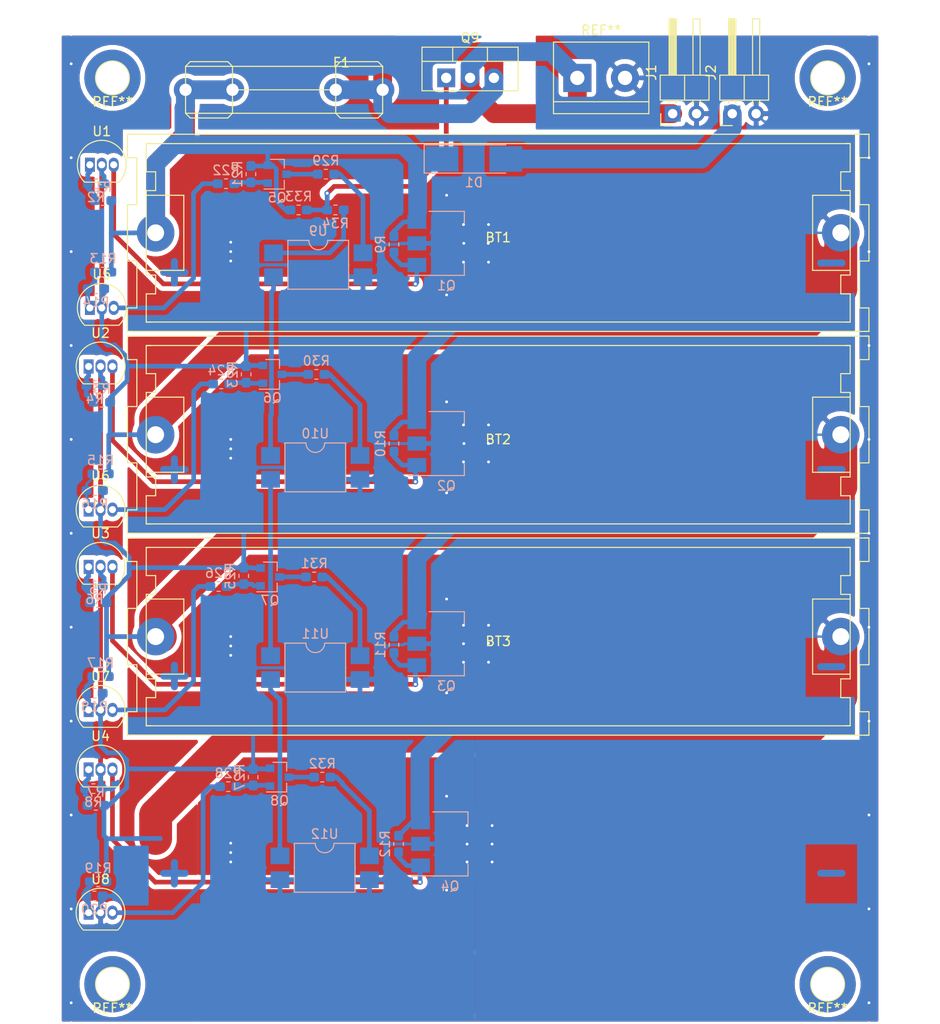
<source format=kicad_pcb>
(kicad_pcb (version 20171130) (host pcbnew 5.1.5+dfsg1-2build2)
  (layers (0 F.Cu signal) (31 B.Cu signal) (34 B.Paste user) (35 F.Paste user) (36 B.SilkS user) (37 F.SilkS user) (38 B.Mask user) (39 F.Mask user) (44 Edge.Cuts user))
  (net 0 "")
  (net 1 VCC)
  (net 2 "Net-(BT1-Pad2)")
  (net 3 "Net-(BT2-Pad2)")
  (net 4 "Net-(BT3-Pad2)")
  (net 5 GND)
  (net 6 "Net-(D1-Pad2)")
  (net 7 "Net-(F1-Pad2)")
  (net 8 "Net-(J1-Pad1)")
  (net 9 "Net-(Q5-Pad1)")
  (net 10 "Net-(Q5-Pad3)")
  (net 11 "Net-(Q6-Pad3)")
  (net 12 "Net-(Q6-Pad1)")
  (net 13 "Net-(Q7-Pad1)")
  (net 14 "Net-(Q7-Pad3)")
  (net 15 "Net-(Q8-Pad3)")
  (net 16 "Net-(Q8-Pad1)")
  (net 17 "Net-(Q9-Pad1)")
  (net 18 "Net-(R1-Pad2)")
  (net 19 "Net-(R3-Pad2)")
  (net 20 "Net-(R5-Pad2)")
  (net 21 "Net-(R7-Pad2)")
  (net 22 "Net-(R22-Pad2)")
  (net 23 "Net-(U10-Pad4)")
  (net 24 "Net-(U10-Pad3)")
  (net 25 "Net-(U11-Pad3)")
  (net 26 "Net-(Q1-Pad1)")
  (net 27 "Net-(Q2-Pad1)")
  (net 28 "Net-(Q3-Pad1)")
  (net 29 "Net-(Q4-Pad1)")
  (net 30 "Net-(R13-Pad2)")
  (net 31 "Net-(R15-Pad2)")
  (net 32 "Net-(R24-Pad2)")
  (net 33 "Net-(R26-Pad2)")
  (net 34 "Net-(R17-Pad2)")
  (net 35 "Net-(R19-Pad2)")
  (net 36 "Net-(R28-Pad2)")
  (net 37 "Net-(R29-Pad1)")
  (net 38 "Net-(R30-Pad1)")
  (net 39 "Net-(R31-Pad1)")
  (net 40 "Net-(R32-Pad1)")
  (net 41 "Net-(R34-Pad2)")
  (module BatteryHolder_1:BatteryHolder_18650_2 (layer F.Cu) (at 193.5 101.5)
    (fp_text reference BT2 (at 0 0.5) (layer F.SilkS))
    (fp_text value Battery_Cell)
    (pad 1 thru_hole circle (at -36.5 0) (size 4 4) (drill 1.8) (layers *.Cu *.Mask) (net 2 "Net-(BT1-Pad2)"))
    (pad 2 thru_hole circle (at 36.5 0) (size 4 4) (drill 1.8) (layers *.Cu *.Mask) (net 3 "Net-(BT2-Pad2)"))
  )
  (module BatteryHolder_1:BatteryHolder_18650_2 (layer F.Cu) (at 193.5 80)
    (fp_text reference BT1 (at 0 0.5) (layer F.SilkS))
    (fp_text value Battery_Cell)
    (pad 1 thru_hole circle (at -36.5 0) (size 4 4) (drill 1.8) (layers *.Cu *.Mask) (net 1 VCC))
    (pad 2 thru_hole circle (at 36.5 0) (size 4 4) (drill 1.8) (layers *.Cu *.Mask) (net 2 "Net-(BT1-Pad2)"))
  )
  (module BatteryHolder_1:BatteryHolder_18650_2 (layer F.Cu) (at 193.5 123)
    (fp_text reference BT3 (at 0 0.5) (layer F.SilkS))
    (fp_text value Battery_Cell)
    (pad 1 thru_hole circle (at -36.5 0) (size 4 4) (drill 1.8) (layers *.Cu *.Mask) (net 3 "Net-(BT2-Pad2)"))
    (pad 2 thru_hole circle (at 36.5 0) (size 4 4) (drill 1.8) (layers *.Cu *.Mask) (net 4 "Net-(BT3-Pad2)"))
  )
  (module FuseHolders:FuseHolder_5x20 (layer F.Cu) (at 170.688 64.77)
    (fp_text reference F1 (at 6.1 -2.9) (layer F.SilkS))
    (fp_text value Fuse)
    (pad 1 thru_hole circle (at -5.5 0) (size 2.5 2.5) (drill 1.3) (layers *.Cu *.Mask) (net 1 VCC))
    (pad 2 thru_hole circle (at 10.5 0) (size 2.5 2.5) (drill 1.3) (layers *.Cu *.Mask) (net 7 "Net-(F1-Pad2)"))
    (pad 1 thru_hole circle (at -10.5 0) (size 2.5 2.5) (drill 1.3) (layers *.Cu *.Mask) (net 1 VCC))
    (pad 2 thru_hole circle (at 5.5 0) (size 2.5 2.5) (drill 1.3) (layers *.Cu *.Mask) (net 7 "Net-(F1-Pad2)"))
  )
  (module TerminalBlock:TerminalBlock_bornier-2_P5.08mm (layer F.Cu) (at 201.93 63.5)
    (fp_text reference REF** (at 2.54 -5.08) (layer F.SilkS))
    (fp_text value TerminalBlock_bornier-2_P5.08mm)
    (pad 2 thru_hole circle (at 5.08 0) (size 3 3) (drill 1.52) (layers *.Cu *.Mask) (net 5 GND))
    (pad 1 thru_hole rect (at 0 0) (size 3 3) (drill 1.52) (layers *.Cu *.Mask) (net 8 "Net-(J1-Pad1)"))
  )
  (module Diode_SMD:D_MELF_Handsoldering (layer B.Cu) (at 190.91 72.136)
    (fp_text reference D1 (at 0 2.5) (layer B.SilkS) (effects (justify mirror)))
    (fp_text value D)
    (pad 2 smd rect (at 3.4 0) (size 3.5 2.7) (layers B.Cu B.Paste B.Mask) (net 6 "Net-(D1-Pad2)"))
    (pad 1 smd rect (at -3.4 0) (size 3.5 2.7) (layers B.Cu B.Paste B.Mask) (net 1 VCC))
  )
  (module Connector_Pin:Pin_D1.3mm_L11.0mm_LooseFit (layer F.Cu) (at 228.6 63.5)
    (fp_text reference REF** (at 0 2.55) (layer F.SilkS))
    (fp_text value Pin_D1.3mm_L11.0mm_LooseFit)
    (pad 1 thru_hole circle (at 0 0) (size 6 6) (drill 3.5) (layers *.Cu *.Mask))
  )
  (module Connector_Pin:Pin_D1.3mm_L11.0mm_LooseFit (layer F.Cu) (at 152.4 160.02)
    (fp_text reference REF** (at 0 2.55) (layer F.SilkS))
    (fp_text value Pin_D1.3mm_L11.0mm_LooseFit)
    (pad 1 thru_hole circle (at 0 0) (size 6 6) (drill 3.5) (layers *.Cu *.Mask))
  )
  (module Connector_Pin:Pin_D1.3mm_L11.0mm_LooseFit (layer F.Cu) (at 228.6 160.02)
    (fp_text reference REF** (at 0 2.55) (layer F.SilkS))
    (fp_text value Pin_D1.3mm_L11.0mm_LooseFit)
    (pad 1 thru_hole circle (at 0 0) (size 6 6) (drill 3.5) (layers *.Cu *.Mask))
  )
  (module Connector_Pin:Pin_D1.3mm_L11.0mm_LooseFit (layer F.Cu) (at 152.4 63.5)
    (fp_text reference REF** (at 0 2.55) (layer F.SilkS))
    (fp_text value Pin_D1.3mm_L11.0mm_LooseFit)
    (pad 1 thru_hole circle (at 0 0) (size 6 6) (drill 3.5) (layers *.Cu *.Mask))
  )
  (module Connector_PinHeader_2.54mm:PinHeader_1x02_P2.54mm_Horizontal (layer F.Cu) (at 212.09 67.31 90)
    (fp_text reference J1 (at 4.385 -2.27 90) (layer F.SilkS))
    (fp_text value Conn_01x02_Female)
    (pad 2 thru_hole oval (at 0 2.54 90) (size 1.7 1.7) (drill 1) (layers *.Cu *.Mask) (net 5 GND))
    (pad 1 thru_hole rect (at 0 0 90) (size 1.7 1.7) (drill 1) (layers *.Cu *.Mask) (net 8 "Net-(J1-Pad1)"))
  )
  (module Connector_PinHeader_2.54mm:PinHeader_1x02_P2.54mm_Horizontal (layer F.Cu) (at 218.44 67.31 90)
    (fp_text reference J2 (at 4.385 -2.27 90) (layer F.SilkS))
    (fp_text value Conn_01x02_Female)
    (pad 1 thru_hole rect (at 0 0 90) (size 1.7 1.7) (drill 1) (layers *.Cu *.Mask) (net 6 "Net-(D1-Pad2)"))
    (pad 2 thru_hole oval (at 0 2.54 90) (size 1.7 1.7) (drill 1) (layers *.Cu *.Mask) (net 5 GND))
  )
  (module Package_TO_SOT_SMD:SOT-223-3_TabPin2 (layer B.Cu) (at 187.98 81.12)
    (fp_text reference Q1 (at 0 4.5) (layer B.SilkS) (effects (justify mirror)))
    (fp_text value BCP53)
    (pad 1 smd rect (at -3.15 2.3) (size 2 1.5) (layers B.Cu B.Paste B.Mask) (net 26 "Net-(Q1-Pad1)"))
    (pad 3 smd rect (at -3.15 -2.3) (size 2 1.5) (layers B.Cu B.Paste B.Mask) (net 1 VCC))
    (pad 2 smd rect (at -3.15 0) (size 2 1.5) (layers B.Cu B.Paste B.Mask) (net 2 "Net-(BT1-Pad2)"))
    (pad 2 smd rect (at 3.15 0) (size 2 3.8) (layers B.Cu B.Paste B.Mask) (net 2 "Net-(BT1-Pad2)"))
  )
  (module Package_TO_SOT_SMD:SOT-223-3_TabPin2 (layer B.Cu) (at 187.98 102.44)
    (fp_text reference Q2 (at 0 4.5) (layer B.SilkS) (effects (justify mirror)))
    (fp_text value BCP53)
    (pad 2 smd rect (at 3.15 0) (size 2 3.8) (layers B.Cu B.Paste B.Mask) (net 3 "Net-(BT2-Pad2)"))
    (pad 2 smd rect (at -3.15 0) (size 2 1.5) (layers B.Cu B.Paste B.Mask) (net 3 "Net-(BT2-Pad2)"))
    (pad 3 smd rect (at -3.15 -2.3) (size 2 1.5) (layers B.Cu B.Paste B.Mask) (net 2 "Net-(BT1-Pad2)"))
    (pad 1 smd rect (at -3.15 2.3) (size 2 1.5) (layers B.Cu B.Paste B.Mask) (net 27 "Net-(Q2-Pad1)"))
  )
  (module Package_TO_SOT_SMD:SOT-223-3_TabPin2 (layer B.Cu) (at 187.98 123.76)
    (fp_text reference Q3 (at 0 4.5) (layer B.SilkS) (effects (justify mirror)))
    (fp_text value BCP53)
    (pad 2 smd rect (at 3.15 0) (size 2 3.8) (layers B.Cu B.Paste B.Mask) (net 4 "Net-(BT3-Pad2)"))
    (pad 2 smd rect (at -3.15 0) (size 2 1.5) (layers B.Cu B.Paste B.Mask) (net 4 "Net-(BT3-Pad2)"))
    (pad 3 smd rect (at -3.15 -2.3) (size 2 1.5) (layers B.Cu B.Paste B.Mask) (net 3 "Net-(BT2-Pad2)"))
    (pad 1 smd rect (at -3.15 2.3) (size 2 1.5) (layers B.Cu B.Paste B.Mask) (net 28 "Net-(Q3-Pad1)"))
  )
  (module Package_TO_SOT_SMD:SOT-223-3_TabPin2 (layer B.Cu) (at 188.37 145.08)
    (fp_text reference Q4 (at 0 4.5) (layer B.SilkS) (effects (justify mirror)))
    (fp_text value BCP53)
    (pad 1 smd rect (at -3.15 2.3) (size 2 1.5) (layers B.Cu B.Paste B.Mask) (net 29 "Net-(Q4-Pad1)"))
    (pad 3 smd rect (at -3.15 -2.3) (size 2 1.5) (layers B.Cu B.Paste B.Mask) (net 4 "Net-(BT3-Pad2)"))
    (pad 2 smd rect (at -3.15 0) (size 2 1.5) (layers B.Cu B.Paste B.Mask) (net 5 GND))
    (pad 2 smd rect (at 3.15 0) (size 2 3.8) (layers B.Cu B.Paste B.Mask) (net 5 GND))
  )
  (module Package_TO_SOT_SMD:SOT-23 (layer B.Cu) (at 169.946 73.754)
    (fp_text reference Q5 (at 0 2.5) (layer B.SilkS) (effects (justify mirror)))
    (fp_text value BC807)
    (pad 1 smd rect (at -1 0.95) (size 0.9 0.8) (layers B.Cu B.Paste B.Mask) (net 9 "Net-(Q5-Pad1)"))
    (pad 2 smd rect (at -1 -0.95) (size 0.9 0.8) (layers B.Cu B.Paste B.Mask) (net 1 VCC))
    (pad 3 smd rect (at 1 0) (size 0.9 0.8) (layers B.Cu B.Paste B.Mask) (net 10 "Net-(Q5-Pad3)"))
  )
  (module Package_TO_SOT_SMD:SOT-23 (layer B.Cu) (at 169.438 95.074)
    (fp_text reference Q6 (at 0 2.5) (layer B.SilkS) (effects (justify mirror)))
    (fp_text value BC807)
    (pad 3 smd rect (at 1 0) (size 0.9 0.8) (layers B.Cu B.Paste B.Mask) (net 11 "Net-(Q6-Pad3)"))
    (pad 2 smd rect (at -1 -0.95) (size 0.9 0.8) (layers B.Cu B.Paste B.Mask) (net 2 "Net-(BT1-Pad2)"))
    (pad 1 smd rect (at -1 0.95) (size 0.9 0.8) (layers B.Cu B.Paste B.Mask) (net 12 "Net-(Q6-Pad1)"))
  )
  (module Package_TO_SOT_SMD:SOT-23 (layer B.Cu) (at 169.184 116.648)
    (fp_text reference Q7 (at 0 2.5) (layer B.SilkS) (effects (justify mirror)))
    (fp_text value BC807)
    (pad 3 smd rect (at 1 0) (size 0.9 0.8) (layers B.Cu B.Paste B.Mask) (net 14 "Net-(Q7-Pad3)"))
    (pad 2 smd rect (at -1 -0.95) (size 0.9 0.8) (layers B.Cu B.Paste B.Mask) (net 3 "Net-(BT2-Pad2)"))
    (pad 1 smd rect (at -1 0.95) (size 0.9 0.8) (layers B.Cu B.Paste B.Mask) (net 13 "Net-(Q7-Pad1)"))
  )
  (module Package_TO_SOT_SMD:SOT-23 (layer B.Cu) (at 170.2 137.968)
    (fp_text reference Q8 (at 0 2.5) (layer B.SilkS) (effects (justify mirror)))
    (fp_text value BC807)
    (pad 1 smd rect (at -1 0.95) (size 0.9 0.8) (layers B.Cu B.Paste B.Mask) (net 16 "Net-(Q8-Pad1)"))
    (pad 2 smd rect (at -1 -0.95) (size 0.9 0.8) (layers B.Cu B.Paste B.Mask) (net 4 "Net-(BT3-Pad2)"))
    (pad 3 smd rect (at 1 0) (size 0.9 0.8) (layers B.Cu B.Paste B.Mask) (net 15 "Net-(Q8-Pad3)"))
  )
  (module Package_TO_SOT_THT:TO-220-3_Vertical (layer F.Cu) (at 187.96 63.5)
    (fp_text reference Q9 (at 2.54 -4.27) (layer F.SilkS))
    (fp_text value Q_PMOS_GDS)
    (pad 1 thru_hole rect (at 0 0) (size 1.905 2) (drill 1.1) (layers *.Cu *.Mask) (net 17 "Net-(Q9-Pad1)"))
    (pad 2 thru_hole oval (at 2.54 0) (size 1.905 2) (drill 1.1) (layers *.Cu *.Mask) (net 8 "Net-(J1-Pad1)"))
    (pad 3 thru_hole oval (at 5.08 0) (size 1.905 2) (drill 1.1) (layers *.Cu *.Mask) (net 7 "Net-(F1-Pad2)"))
  )
  (module Resistor_SMD:R_0603_1608Metric_Pad1.05x0.95mm_HandSolder (layer B.Cu) (at 151.403 76.564 180)
    (fp_text reference R1 (at 0 1.43) (layer B.SilkS) (effects (justify mirror)))
    (fp_text value R)
    (pad 1 smd roundrect (at -0.875 0 180) (size 1.05 0.95) (layers B.Cu B.Paste B.Mask) (net 1 VCC))
    (pad 2 smd roundrect (at 0.875 0 180) (size 1.05 0.95) (layers B.Cu B.Paste B.Mask) (net 18 "Net-(R1-Pad2)"))
  )
  (module Resistor_SMD:R_0603_1608Metric_Pad1.05x0.95mm_HandSolder (layer B.Cu) (at 150.641 74.786)
    (fp_text reference R2 (at 0 1.43) (layer B.SilkS) (effects (justify mirror)))
    (fp_text value R)
    (pad 1 smd roundrect (at -0.875 0) (size 1.05 0.95) (layers B.Cu B.Paste B.Mask) (net 18 "Net-(R1-Pad2)"))
    (pad 2 smd roundrect (at 0.875 0) (size 1.05 0.95) (layers B.Cu B.Paste B.Mask) (net 2 "Net-(BT1-Pad2)"))
  )
  (module Resistor_SMD:R_0603_1608Metric_Pad1.05x0.95mm_HandSolder (layer B.Cu) (at 151.271 98.044 180)
    (fp_text reference R3 (at 0 1.43) (layer B.SilkS) (effects (justify mirror)))
    (fp_text value R)
    (pad 1 smd roundrect (at -0.875 0 180) (size 1.05 0.95) (layers B.Cu B.Paste B.Mask) (net 2 "Net-(BT1-Pad2)"))
    (pad 2 smd roundrect (at 0.875 0 180) (size 1.05 0.95) (layers B.Cu B.Paste B.Mask) (net 19 "Net-(R3-Pad2)"))
  )
  (module Resistor_SMD:R_0603_1608Metric_Pad1.05x0.95mm_HandSolder (layer B.Cu) (at 150.509 96.266)
    (fp_text reference R4 (at 0 1.43) (layer B.SilkS) (effects (justify mirror)))
    (fp_text value R)
    (pad 2 smd roundrect (at 0.875 0) (size 1.05 0.95) (layers B.Cu B.Paste B.Mask) (net 3 "Net-(BT2-Pad2)"))
    (pad 1 smd roundrect (at -0.875 0) (size 1.05 0.95) (layers B.Cu B.Paste B.Mask) (net 19 "Net-(R3-Pad2)"))
  )
  (module Resistor_SMD:R_0603_1608Metric_Pad1.05x0.95mm_HandSolder (layer B.Cu) (at 150.876 119.38 180)
    (fp_text reference R5 (at 0 1.43) (layer B.SilkS) (effects (justify mirror)))
    (fp_text value R)
    (pad 2 smd roundrect (at 0.875 0 180) (size 1.05 0.95) (layers B.Cu B.Paste B.Mask) (net 20 "Net-(R5-Pad2)"))
    (pad 1 smd roundrect (at -0.875 0 180) (size 1.05 0.95) (layers B.Cu B.Paste B.Mask) (net 3 "Net-(BT2-Pad2)"))
  )
  (module Resistor_SMD:R_0603_1608Metric_Pad1.05x0.95mm_HandSolder (layer B.Cu) (at 150.481 117.602)
    (fp_text reference R6 (at 0 1.43) (layer B.SilkS) (effects (justify mirror)))
    (fp_text value R)
    (pad 1 smd roundrect (at -0.875 0) (size 1.05 0.95) (layers B.Cu B.Paste B.Mask) (net 20 "Net-(R5-Pad2)"))
    (pad 2 smd roundrect (at 0.875 0) (size 1.05 0.95) (layers B.Cu B.Paste B.Mask) (net 4 "Net-(BT3-Pad2)"))
  )
  (module Resistor_SMD:R_0603_1608Metric_Pad1.05x0.95mm_HandSolder (layer B.Cu) (at 150.622 140.97 180)
    (fp_text reference R7 (at 0 1.43) (layer B.SilkS) (effects (justify mirror)))
    (fp_text value R)
    (pad 2 smd roundrect (at 0.875 0 180) (size 1.05 0.95) (layers B.Cu B.Paste B.Mask) (net 21 "Net-(R7-Pad2)"))
    (pad 1 smd roundrect (at -0.875 0 180) (size 1.05 0.95) (layers B.Cu B.Paste B.Mask) (net 4 "Net-(BT3-Pad2)"))
  )
  (module Resistor_SMD:R_0603_1608Metric_Pad1.05x0.95mm_HandSolder (layer B.Cu) (at 150.368 139.192)
    (fp_text reference R8 (at 0 1.43) (layer B.SilkS) (effects (justify mirror)))
    (fp_text value R)
    (pad 1 smd roundrect (at -0.875 0) (size 1.05 0.95) (layers B.Cu B.Paste B.Mask) (net 21 "Net-(R7-Pad2)"))
    (pad 2 smd roundrect (at 0.875 0) (size 1.05 0.95) (layers B.Cu B.Paste B.Mask) (net 5 GND))
  )
  (module Resistor_SMD:R_0603_1608Metric_Pad1.05x0.95mm_HandSolder (layer B.Cu) (at 182.392 81.233 270)
    (fp_text reference R9 (at 0 1.43 90) (layer B.SilkS) (effects (justify mirror)))
    (fp_text value R)
    (pad 2 smd roundrect (at 0.875 0 270) (size 1.05 0.95) (layers B.Cu B.Paste B.Mask) (net 26 "Net-(Q1-Pad1)"))
    (pad 1 smd roundrect (at -0.875 0 270) (size 1.05 0.95) (layers B.Cu B.Paste B.Mask) (net 1 VCC))
  )
  (module Resistor_SMD:R_0603_1608Metric_Pad1.05x0.95mm_HandSolder (layer B.Cu) (at 182.392 102.44 270)
    (fp_text reference R10 (at 0 1.43 90) (layer B.SilkS) (effects (justify mirror)))
    (fp_text value R)
    (pad 1 smd roundrect (at -0.875 0 270) (size 1.05 0.95) (layers B.Cu B.Paste B.Mask) (net 2 "Net-(BT1-Pad2)"))
    (pad 2 smd roundrect (at 0.875 0 270) (size 1.05 0.95) (layers B.Cu B.Paste B.Mask) (net 27 "Net-(Q2-Pad1)"))
  )
  (module Resistor_SMD:R_0603_1608Metric_Pad1.05x0.95mm_HandSolder (layer B.Cu) (at 182.392 123.873 270)
    (fp_text reference R11 (at 0 1.43 90) (layer B.SilkS) (effects (justify mirror)))
    (fp_text value R)
    (pad 2 smd roundrect (at 0.875 0 270) (size 1.05 0.95) (layers B.Cu B.Paste B.Mask) (net 28 "Net-(Q3-Pad1)"))
    (pad 1 smd roundrect (at -0.875 0 270) (size 1.05 0.95) (layers B.Cu B.Paste B.Mask) (net 3 "Net-(BT2-Pad2)"))
  )
  (module Resistor_SMD:R_0603_1608Metric_Pad1.05x0.95mm_HandSolder (layer B.Cu) (at 182.884 145.08 270)
    (fp_text reference R12 (at 0 1.43 90) (layer B.SilkS) (effects (justify mirror)))
    (fp_text value R)
    (pad 2 smd roundrect (at 0.875 0 270) (size 1.05 0.95) (layers B.Cu B.Paste B.Mask) (net 29 "Net-(Q4-Pad1)"))
    (pad 1 smd roundrect (at -0.875 0 270) (size 1.05 0.95) (layers B.Cu B.Paste B.Mask) (net 4 "Net-(BT3-Pad2)"))
  )
  (module Resistor_SMD:R_0603_1608Metric_Pad1.05x0.95mm_HandSolder (layer B.Cu) (at 175.139 73.754 180)
    (fp_text reference R29 (at 0 1.43) (layer B.SilkS) (effects (justify mirror)))
    (fp_text value R)
    (pad 2 smd roundrect (at 0.875 0 180) (size 1.05 0.95) (layers B.Cu B.Paste B.Mask) (net 10 "Net-(Q5-Pad3)"))
    (pad 1 smd roundrect (at -0.875 0 180) (size 1.05 0.95) (layers B.Cu B.Paste B.Mask) (net 37 "Net-(R29-Pad1)"))
  )
  (module Resistor_SMD:R_0603_1608Metric_Pad1.05x0.95mm_HandSolder (layer B.Cu) (at 174.123 95.074 180)
    (fp_text reference R30 (at 0 1.43) (layer B.SilkS) (effects (justify mirror)))
    (fp_text value R)
    (pad 2 smd roundrect (at 0.875 0 180) (size 1.05 0.95) (layers B.Cu B.Paste B.Mask) (net 11 "Net-(Q6-Pad3)"))
    (pad 1 smd roundrect (at -0.875 0 180) (size 1.05 0.95) (layers B.Cu B.Paste B.Mask) (net 38 "Net-(R30-Pad1)"))
  )
  (module Resistor_SMD:R_0603_1608Metric_Pad1.05x0.95mm_HandSolder (layer B.Cu) (at 173.897 116.648 180)
    (fp_text reference R31 (at 0 1.43) (layer B.SilkS) (effects (justify mirror)))
    (fp_text value R)
    (pad 2 smd roundrect (at 0.875 0 180) (size 1.05 0.95) (layers B.Cu B.Paste B.Mask) (net 14 "Net-(Q7-Pad3)"))
    (pad 1 smd roundrect (at -0.875 0 180) (size 1.05 0.95) (layers B.Cu B.Paste B.Mask) (net 39 "Net-(R31-Pad1)"))
  )
  (module Resistor_SMD:R_0603_1608Metric_Pad1.05x0.95mm_HandSolder (layer B.Cu) (at 174.756 137.968 180)
    (fp_text reference R32 (at 0 1.43) (layer B.SilkS) (effects (justify mirror)))
    (fp_text value R)
    (pad 2 smd roundrect (at 0.875 0 180) (size 1.05 0.95) (layers B.Cu B.Paste B.Mask) (net 15 "Net-(Q8-Pad3)"))
    (pad 1 smd roundrect (at -0.875 0 180) (size 1.05 0.95) (layers B.Cu B.Paste B.Mask) (net 40 "Net-(R32-Pad1)"))
  )
  (module Resistor_SMD:R_0603_1608Metric_Pad1.05x0.95mm_HandSolder (layer B.Cu) (at 172.232 77.564 180)
    (fp_text reference R33 (at 0 1.43) (layer B.SilkS) (effects (justify mirror)))
    (fp_text value R)
    (pad 2 smd roundrect (at 0.875 0 180) (size 1.05 0.95) (layers B.Cu B.Paste B.Mask) (net 1 VCC))
    (pad 1 smd roundrect (at -0.875 0 180) (size 1.05 0.95) (layers B.Cu B.Paste B.Mask) (net 17 "Net-(Q9-Pad1)"))
  )
  (module Resistor_SMD:R_0603_1608Metric_Pad1.05x0.95mm_HandSolder (layer B.Cu) (at 176.155 77.564)
    (fp_text reference R34 (at 0 1.43) (layer B.SilkS) (effects (justify mirror)))
    (fp_text value R)
    (pad 1 smd roundrect (at -0.875 0) (size 1.05 0.95) (layers B.Cu B.Paste B.Mask) (net 17 "Net-(Q9-Pad1)"))
    (pad 2 smd roundrect (at 0.875 0) (size 1.05 0.95) (layers B.Cu B.Paste B.Mask) (net 41 "Net-(R34-Pad2)"))
  )
  (module Resistor_SMD:R_0603_1608Metric_Pad1.05x0.95mm_HandSolder (layer B.Cu) (at 164.499 74.77 180)
    (fp_text reference R22 (at 0 1.43) (layer B.SilkS) (effects (justify mirror)))
    (fp_text value R_Small)
    (pad 1 smd roundrect (at -0.875 0 180) (size 1.05 0.95) (layers B.Cu B.Paste B.Mask) (net 9 "Net-(Q5-Pad1)"))
    (pad 2 smd roundrect (at 0.875 0 180) (size 1.05 0.95) (layers B.Cu B.Paste B.Mask) (net 22 "Net-(R22-Pad2)"))
  )
  (module Resistor_SMD:R_0603_1608Metric_Pad1.05x0.95mm_HandSolder (layer B.Cu) (at 163.991 96.09 180)
    (fp_text reference R24 (at 0 1.43) (layer B.SilkS) (effects (justify mirror)))
    (fp_text value R_Small)
    (pad 1 smd roundrect (at -0.875 0 180) (size 1.05 0.95) (layers B.Cu B.Paste B.Mask) (net 12 "Net-(Q6-Pad1)"))
    (pad 2 smd roundrect (at 0.875 0 180) (size 1.05 0.95) (layers B.Cu B.Paste B.Mask) (net 32 "Net-(R24-Pad2)"))
  )
  (module Resistor_SMD:R_0603_1608Metric_Pad1.05x0.95mm_HandSolder (layer B.Cu) (at 163.709 117.664 180)
    (fp_text reference R26 (at 0 1.43) (layer B.SilkS) (effects (justify mirror)))
    (fp_text value R_Small)
    (pad 1 smd roundrect (at -0.875 0 180) (size 1.05 0.95) (layers B.Cu B.Paste B.Mask) (net 13 "Net-(Q7-Pad1)"))
    (pad 2 smd roundrect (at 0.875 0 180) (size 1.05 0.95) (layers B.Cu B.Paste B.Mask) (net 33 "Net-(R26-Pad2)"))
  )
  (module Resistor_SMD:R_0603_1608Metric_Pad1.05x0.95mm_HandSolder (layer B.Cu) (at 164.737 138.984 180)
    (fp_text reference R28 (at 0 1.43) (layer B.SilkS) (effects (justify mirror)))
    (fp_text value R_Small)
    (pad 2 smd roundrect (at 0.875 0 180) (size 1.05 0.95) (layers B.Cu B.Paste B.Mask) (net 36 "Net-(R28-Pad2)"))
    (pad 1 smd roundrect (at -0.875 0 180) (size 1.05 0.95) (layers B.Cu B.Paste B.Mask) (net 16 "Net-(Q8-Pad1)"))
  )
  (module Resistor_SMD:R_0603_1608Metric_Pad1.05x0.95mm_HandSolder (layer B.Cu) (at 151.403 84.184 180)
    (fp_text reference R13 (at 0 1.43) (layer B.SilkS) (effects (justify mirror)))
    (fp_text value R)
    (pad 1 smd roundrect (at -0.875 0 180) (size 1.05 0.95) (layers B.Cu B.Paste B.Mask) (net 1 VCC))
    (pad 2 smd roundrect (at 0.875 0 180) (size 1.05 0.95) (layers B.Cu B.Paste B.Mask) (net 30 "Net-(R13-Pad2)"))
  )
  (module Resistor_SMD:R_0603_1608Metric_Pad1.05x0.95mm_HandSolder (layer B.Cu) (at 150.641 85.962)
    (fp_text reference R14 (at 0 1.43) (layer B.SilkS) (effects (justify mirror)))
    (fp_text value R)
    (pad 2 smd roundrect (at 0.875 0) (size 1.05 0.95) (layers B.Cu B.Paste B.Mask) (net 2 "Net-(BT1-Pad2)"))
    (pad 1 smd roundrect (at -0.875 0) (size 1.05 0.95) (layers B.Cu B.Paste B.Mask) (net 30 "Net-(R13-Pad2)"))
  )
  (module Resistor_SMD:R_0603_1608Metric_Pad1.05x0.95mm_HandSolder (layer B.Cu) (at 150.509 107.442)
    (fp_text reference R16 (at 0 1.43) (layer B.SilkS) (effects (justify mirror)))
    (fp_text value R)
    (pad 1 smd roundrect (at -0.875 0) (size 1.05 0.95) (layers B.Cu B.Paste B.Mask) (net 31 "Net-(R15-Pad2)"))
    (pad 2 smd roundrect (at 0.875 0) (size 1.05 0.95) (layers B.Cu B.Paste B.Mask) (net 3 "Net-(BT2-Pad2)"))
  )
  (module Resistor_SMD:R_0603_1608Metric_Pad1.05x0.95mm_HandSolder (layer B.Cu) (at 151.13 127.254 180)
    (fp_text reference R17 (at 0 1.43) (layer B.SilkS) (effects (justify mirror)))
    (fp_text value R)
    (pad 1 smd roundrect (at -0.875 0 180) (size 1.05 0.95) (layers B.Cu B.Paste B.Mask) (net 3 "Net-(BT2-Pad2)"))
    (pad 2 smd roundrect (at 0.875 0 180) (size 1.05 0.95) (layers B.Cu B.Paste B.Mask) (net 34 "Net-(R17-Pad2)"))
  )
  (module Resistor_SMD:R_0603_1608Metric_Pad1.05x0.95mm_HandSolder (layer B.Cu) (at 150.481 129.032)
    (fp_text reference R18 (at 0 1.43) (layer B.SilkS) (effects (justify mirror)))
    (fp_text value R)
    (pad 2 smd roundrect (at 0.875 0) (size 1.05 0.95) (layers B.Cu B.Paste B.Mask) (net 4 "Net-(BT3-Pad2)"))
    (pad 1 smd roundrect (at -0.875 0) (size 1.05 0.95) (layers B.Cu B.Paste B.Mask) (net 34 "Net-(R17-Pad2)"))
  )
  (module Resistor_SMD:R_0603_1608Metric_Pad1.05x0.95mm_HandSolder (layer B.Cu) (at 150.876 149.098 180)
    (fp_text reference R19 (at 0 1.43) (layer B.SilkS) (effects (justify mirror)))
    (fp_text value R)
    (pad 2 smd roundrect (at 0.875 0 180) (size 1.05 0.95) (layers B.Cu B.Paste B.Mask) (net 35 "Net-(R19-Pad2)"))
    (pad 1 smd roundrect (at -0.875 0 180) (size 1.05 0.95) (layers B.Cu B.Paste B.Mask) (net 4 "Net-(BT3-Pad2)"))
  )
  (module Resistor_SMD:R_0603_1608Metric_Pad1.05x0.95mm_HandSolder (layer B.Cu) (at 150.481 150.622)
    (fp_text reference R20 (at 0 1.43) (layer B.SilkS) (effects (justify mirror)))
    (fp_text value R)
    (pad 1 smd roundrect (at -0.875 0) (size 1.05 0.95) (layers B.Cu B.Paste B.Mask) (net 35 "Net-(R19-Pad2)"))
    (pad 2 smd roundrect (at 0.875 0) (size 1.05 0.95) (layers B.Cu B.Paste B.Mask) (net 5 GND))
  )
  (module Package_TO_SOT_THT:TO-92_Inline (layer F.Cu) (at 149.992 72.754)
    (fp_text reference U1 (at 1.27 -3.56) (layer F.SilkS))
    (fp_text value TL431LP)
    (pad 2 thru_hole oval (at 1.27 0) (size 1.05 1.5) (drill 0.75) (layers *.Cu *.Mask) (net 2 "Net-(BT1-Pad2)"))
    (pad 3 thru_hole oval (at 2.54 0) (size 1.05 1.5) (drill 0.75) (layers *.Cu *.Mask) (net 26 "Net-(Q1-Pad1)"))
    (pad 1 thru_hole rect (at 0 0) (size 1.05 1.5) (drill 0.75) (layers *.Cu *.Mask) (net 18 "Net-(R1-Pad2)"))
  )
  (module Package_TO_SOT_THT:TO-92_Inline (layer F.Cu) (at 149.86 94.234)
    (fp_text reference U2 (at 1.27 -3.56) (layer F.SilkS))
    (fp_text value TL431LP)
    (pad 2 thru_hole oval (at 1.27 0) (size 1.05 1.5) (drill 0.75) (layers *.Cu *.Mask) (net 3 "Net-(BT2-Pad2)"))
    (pad 3 thru_hole oval (at 2.54 0) (size 1.05 1.5) (drill 0.75) (layers *.Cu *.Mask) (net 27 "Net-(Q2-Pad1)"))
    (pad 1 thru_hole rect (at 0 0) (size 1.05 1.5) (drill 0.75) (layers *.Cu *.Mask) (net 19 "Net-(R3-Pad2)"))
  )
  (module Package_TO_SOT_THT:TO-92_Inline (layer F.Cu) (at 149.86 115.57)
    (fp_text reference U3 (at 1.27 -3.56) (layer F.SilkS))
    (fp_text value TL431LP)
    (pad 2 thru_hole oval (at 1.27 0) (size 1.05 1.5) (drill 0.75) (layers *.Cu *.Mask) (net 4 "Net-(BT3-Pad2)"))
    (pad 3 thru_hole oval (at 2.54 0) (size 1.05 1.5) (drill 0.75) (layers *.Cu *.Mask) (net 28 "Net-(Q3-Pad1)"))
    (pad 1 thru_hole rect (at 0 0) (size 1.05 1.5) (drill 0.75) (layers *.Cu *.Mask) (net 20 "Net-(R5-Pad2)"))
  )
  (module Package_TO_SOT_THT:TO-92_Inline (layer F.Cu) (at 149.86 137.16)
    (fp_text reference U4 (at 1.27 -3.56) (layer F.SilkS))
    (fp_text value TL431LP)
    (pad 1 thru_hole rect (at 0 0) (size 1.05 1.5) (drill 0.75) (layers *.Cu *.Mask) (net 21 "Net-(R7-Pad2)"))
    (pad 3 thru_hole oval (at 2.54 0) (size 1.05 1.5) (drill 0.75) (layers *.Cu *.Mask) (net 29 "Net-(Q4-Pad1)"))
    (pad 2 thru_hole oval (at 1.27 0) (size 1.05 1.5) (drill 0.75) (layers *.Cu *.Mask) (net 5 GND))
  )
  (module Package_TO_SOT_THT:TO-92_Inline (layer F.Cu) (at 149.992 87.994)
    (fp_text reference U5 (at 1.27 -3.56) (layer F.SilkS))
    (fp_text value TL431LP)
    (pad 1 thru_hole rect (at 0 0) (size 1.05 1.5) (drill 0.75) (layers *.Cu *.Mask) (net 30 "Net-(R13-Pad2)"))
    (pad 3 thru_hole oval (at 2.54 0) (size 1.05 1.5) (drill 0.75) (layers *.Cu *.Mask) (net 22 "Net-(R22-Pad2)"))
    (pad 2 thru_hole oval (at 1.27 0) (size 1.05 1.5) (drill 0.75) (layers *.Cu *.Mask) (net 2 "Net-(BT1-Pad2)"))
  )
  (module Package_TO_SOT_THT:TO-92_Inline (layer F.Cu) (at 149.86 109.474)
    (fp_text reference U6 (at 1.27 -3.56) (layer F.SilkS))
    (fp_text value TL431LP)
    (pad 2 thru_hole oval (at 1.27 0) (size 1.05 1.5) (drill 0.75) (layers *.Cu *.Mask) (net 3 "Net-(BT2-Pad2)"))
    (pad 3 thru_hole oval (at 2.54 0) (size 1.05 1.5) (drill 0.75) (layers *.Cu *.Mask) (net 32 "Net-(R24-Pad2)"))
    (pad 1 thru_hole rect (at 0 0) (size 1.05 1.5) (drill 0.75) (layers *.Cu *.Mask) (net 31 "Net-(R15-Pad2)"))
  )
  (module Package_TO_SOT_THT:TO-92_Inline (layer F.Cu) (at 149.86 130.81)
    (fp_text reference U7 (at 1.27 -3.56) (layer F.SilkS))
    (fp_text value TL431LP)
    (pad 1 thru_hole rect (at 0 0) (size 1.05 1.5) (drill 0.75) (layers *.Cu *.Mask) (net 34 "Net-(R17-Pad2)"))
    (pad 3 thru_hole oval (at 2.54 0) (size 1.05 1.5) (drill 0.75) (layers *.Cu *.Mask) (net 33 "Net-(R26-Pad2)"))
    (pad 2 thru_hole oval (at 1.27 0) (size 1.05 1.5) (drill 0.75) (layers *.Cu *.Mask) (net 4 "Net-(BT3-Pad2)"))
  )
  (module Package_TO_SOT_THT:TO-92_Inline (layer F.Cu) (at 149.86 152.4)
    (fp_text reference U8 (at 1.27 -3.56) (layer F.SilkS))
    (fp_text value TL431LP)
    (pad 1 thru_hole rect (at 0 0) (size 1.05 1.5) (drill 0.75) (layers *.Cu *.Mask) (net 35 "Net-(R19-Pad2)"))
    (pad 3 thru_hole oval (at 2.54 0) (size 1.05 1.5) (drill 0.75) (layers *.Cu *.Mask) (net 36 "Net-(R28-Pad2)"))
    (pad 2 thru_hole oval (at 1.27 0) (size 1.05 1.5) (drill 0.75) (layers *.Cu *.Mask) (net 5 GND))
  )
  (module Package_DIP:SMDIP-4_W9.53mm (layer B.Cu) (at 174.325 83.406 180)
    (fp_text reference U9 (at 0 3.6) (layer B.SilkS) (effects (justify mirror)))
    (fp_text value LTV-817S)
    (pad 4 smd rect (at 4.765 1.27 180) (size 2 1.78) (layers B.Cu B.Paste B.Mask) (net 41 "Net-(R34-Pad2)"))
    (pad 2 smd rect (at -4.765 -1.27 180) (size 2 1.78) (layers B.Cu B.Paste B.Mask) (net 2 "Net-(BT1-Pad2)"))
    (pad 3 smd rect (at 4.765 -1.27 180) (size 2 1.78) (layers B.Cu B.Paste B.Mask) (net 23 "Net-(U10-Pad4)"))
    (pad 1 smd rect (at -4.765 1.27 180) (size 2 1.78) (layers B.Cu B.Paste B.Mask) (net 37 "Net-(R29-Pad1)"))
  )
  (module Package_DIP:SMDIP-4_W9.53mm (layer B.Cu) (at 174.01 104.98 180)
    (fp_text reference U10 (at 0 3.6) (layer B.SilkS) (effects (justify mirror)))
    (fp_text value LTV-817S)
    (pad 4 smd rect (at 4.765 1.27 180) (size 2 1.78) (layers B.Cu B.Paste B.Mask) (net 23 "Net-(U10-Pad4)"))
    (pad 2 smd rect (at -4.765 -1.27 180) (size 2 1.78) (layers B.Cu B.Paste B.Mask) (net 3 "Net-(BT2-Pad2)"))
    (pad 3 smd rect (at 4.765 -1.27 180) (size 2 1.78) (layers B.Cu B.Paste B.Mask) (net 24 "Net-(U10-Pad3)"))
    (pad 1 smd rect (at -4.765 1.27 180) (size 2 1.78) (layers B.Cu B.Paste B.Mask) (net 38 "Net-(R30-Pad1)"))
  )
  (module Package_DIP:SMDIP-4_W9.53mm (layer B.Cu) (at 174.01 126.3 180)
    (fp_text reference U11 (at 0 3.6) (layer B.SilkS) (effects (justify mirror)))
    (fp_text value LTV-817S)
    (pad 1 smd rect (at -4.765 1.27 180) (size 2 1.78) (layers B.Cu B.Paste B.Mask) (net 39 "Net-(R31-Pad1)"))
    (pad 3 smd rect (at 4.765 -1.27 180) (size 2 1.78) (layers B.Cu B.Paste B.Mask) (net 25 "Net-(U11-Pad3)"))
    (pad 2 smd rect (at -4.765 -1.27 180) (size 2 1.78) (layers B.Cu B.Paste B.Mask) (net 4 "Net-(BT3-Pad2)"))
    (pad 4 smd rect (at 4.765 1.27 180) (size 2 1.78) (layers B.Cu B.Paste B.Mask) (net 24 "Net-(U10-Pad3)"))
  )
  (module Package_DIP:SMDIP-4_W9.53mm (layer B.Cu) (at 175.01 147.62 180)
    (fp_text reference U12 (at 0 3.6) (layer B.SilkS) (effects (justify mirror)))
    (fp_text value LTV-817S)
    (pad 1 smd rect (at -4.765 1.27 180) (size 2 1.78) (layers B.Cu B.Paste B.Mask) (net 40 "Net-(R32-Pad1)"))
    (pad 3 smd rect (at 4.765 -1.27 180) (size 2 1.78) (layers B.Cu B.Paste B.Mask) (net 5 GND))
    (pad 2 smd rect (at -4.765 -1.27 180) (size 2 1.78) (layers B.Cu B.Paste B.Mask) (net 5 GND))
    (pad 4 smd rect (at 4.765 1.27 180) (size 2 1.78) (layers B.Cu B.Paste B.Mask) (net 25 "Net-(U11-Pad3)"))
  )
  (module Resistor_SMD:R_0603_1608Metric_Pad1.05x0.95mm_HandSolder (layer B.Cu) (at 167.152 73.754 270)
    (fp_text reference R21 (at 0 1.43 90) (layer B.SilkS) (effects (justify mirror)))
    (fp_text value R_Small)
    (pad 2 smd roundrect (at 0.875 0 270) (size 1.05 0.95) (layers B.Cu B.Paste B.Mask) (net 9 "Net-(Q5-Pad1)"))
    (pad 1 smd roundrect (at -0.875 0 270) (size 1.05 0.95) (layers B.Cu B.Paste B.Mask) (net 1 VCC))
  )
  (module Resistor_SMD:R_0603_1608Metric_Pad1.05x0.95mm_HandSolder (layer B.Cu) (at 166.644 95.074 270)
    (fp_text reference R23 (at 0 1.43 90) (layer B.SilkS) (effects (justify mirror)))
    (fp_text value R_Small)
    (pad 1 smd roundrect (at -0.875 0 270) (size 1.05 0.95) (layers B.Cu B.Paste B.Mask) (net 2 "Net-(BT1-Pad2)"))
    (pad 2 smd roundrect (at 0.875 0 270) (size 1.05 0.95) (layers B.Cu B.Paste B.Mask) (net 12 "Net-(Q6-Pad1)"))
  )
  (module Resistor_SMD:R_0603_1608Metric_Pad1.05x0.95mm_HandSolder (layer B.Cu) (at 166.39 116.535 270)
    (fp_text reference R25 (at 0 1.43 90) (layer B.SilkS) (effects (justify mirror)))
    (fp_text value R_Small)
    (pad 1 smd roundrect (at -0.875 0 270) (size 1.05 0.95) (layers B.Cu B.Paste B.Mask) (net 3 "Net-(BT2-Pad2)"))
    (pad 2 smd roundrect (at 0.875 0 270) (size 1.05 0.95) (layers B.Cu B.Paste B.Mask) (net 13 "Net-(Q7-Pad1)"))
  )
  (module Resistor_SMD:R_0603_1608Metric_Pad1.05x0.95mm_HandSolder (layer B.Cu) (at 167.39 137.968 270)
    (fp_text reference R27 (at 0 1.43 90) (layer B.SilkS) (effects (justify mirror)))
    (fp_text value R_Small)
    (pad 2 smd roundrect (at 0.875 0 270) (size 1.05 0.95) (layers B.Cu B.Paste B.Mask) (net 16 "Net-(Q8-Pad1)"))
    (pad 1 smd roundrect (at -0.875 0 270) (size 1.05 0.95) (layers B.Cu B.Paste B.Mask) (net 4 "Net-(BT3-Pad2)"))
  )
  (module Resistor_SMD:R_0603_1608Metric_Pad1.05x0.95mm_HandSolder (layer B.Cu) (at 151.13 105.664 180)
    (fp_text reference R15 (at 0 1.43) (layer B.SilkS) (effects (justify mirror)))
    (fp_text value R)
    (pad 1 smd roundrect (at -0.875 0 180) (size 1.05 0.95) (layers B.Cu B.Paste B.Mask) (net 2 "Net-(BT1-Pad2)"))
    (pad 2 smd roundrect (at 0.875 0 180) (size 1.05 0.95) (layers B.Cu B.Paste B.Mask) (net 31 "Net-(R15-Pad2)"))
  )
  (gr_text Li-Ion (at 174.5 160) (layer F.Cu) (effects (font (size 3.5 4) (thickness 0.3))))
  (gr_text LiFePO4 (at 209.5 160) (layer F.Cu) (effects (font (size 3.5 4) (thickness 0.3))))
  (gr_text + (at 159 84) (layer B.Cu) (effects (font (size 3 3) (thickness 0.75)) (justify mirror)))
  (gr_text + (at 159 127) (layer B.Cu) (effects (font (size 3 3) (thickness 0.75)) (justify mirror)))
  (gr_text + (at 159 148) (layer B.Cu) (effects (font (size 3 3) (thickness 0.75)) (justify mirror)))
  (gr_text - (at 229 148) (layer B.Cu) (effects (font (size 3 3) (thickness 0.75))))
  (gr_text - (at 229 83) (layer B.Cu) (effects (font (size 3 3) (thickness 0.75))))
  (gr_text - (at 229 105) (layer B.Cu) (effects (font (size 3 3) (thickness 0.75))))
  (gr_text + (at 159 105) (layer B.Cu) (effects (font (size 3 3) (thickness 0.75)) (justify mirror)))
  (gr_text - (at 229 126) (layer B.Cu) (effects (font (size 3 3) (thickness 0.75))))
  (segment (start 164 157) (end 159 157) (width 0.25) (layer F.Cu) (net 0))
  (segment (start 159 157) (end 158 157) (width 0.25) (layer F.Cu) (net 0))
  (segment (start 158 157) (end 158 163) (width 0.25) (layer F.Cu) (net 0))
  (segment (start 158 163) (end 164 163) (width 0.25) (layer F.Cu) (net 0))
  (segment (start 164 163) (end 164 157) (width 0.25) (layer F.Cu) (net 0))
  (segment (start 197 157) (end 191 157) (width 0.25) (layer F.Cu) (net 0))
  (segment (start 191 157) (end 191 163) (width 0.25) (layer F.Cu) (net 0))
  (segment (start 191 163) (end 197 163) (width 0.25) (layer F.Cu) (net 0))
  (segment (start 197 163) (end 197 157) (width 0.25) (layer F.Cu) (net 0))
  (segment (start 152.278 79.868) (end 152.41 80) (width 0.25) (layer B.Cu) (net 1))
  (segment (start 152.278 76.564) (end 152.278 79.868) (width 0.25) (layer B.Cu) (net 1))
  (segment (start 157.5 80) (end 152.41 80) (width 0.25) (layer B.Cu) (net 1))
  (segment (start 187.51 72.136) (end 184.912 72.136) (width 2) (layer B.Cu) (net 1))
  (segment (start 184.912 72.136) (end 183.388 70.612) (width 2) (layer B.Cu) (net 1))
  (segment (start 169.164 70.612) (end 160.02 70.612) (width 2) (layer B.Cu) (net 1))
  (segment (start 183.388 70.612) (end 169.164 70.612) (width 2) (layer B.Cu) (net 1))
  (segment (start 184.912 77.738) (end 184.912 72.136) (width 2) (layer B.Cu) (net 1))
  (segment (start 184.83 77.82) (end 184.912 77.738) (width 0.25) (layer B.Cu) (net 1))
  (segment (start 184.83 78.314) (end 184.912 78.232) (width 0.25) (layer B.Cu) (net 1))
  (segment (start 184.83 78.82) (end 184.83 78.314) (width 0.25) (layer B.Cu) (net 1))
  (segment (start 184.912 78.232) (end 184.83 77.82) (width 0.25) (layer B.Cu) (net 1))
  (segment (start 160.02 66.697766) (end 160.02 70.612) (width 2) (layer B.Cu) (net 1))
  (segment (start 160.18 66.537766) (end 160.02 66.697766) (width 2) (layer B.Cu) (net 1))
  (segment (start 160.18 64.77) (end 160.18 66.537766) (width 2) (layer B.Cu) (net 1))
  (segment (start 160.18 64.77) (end 165.18 64.77) (width 2) (layer B.Cu) (net 1))
  (segment (start 169.451 72.804) (end 169.8625 73.2155) (width 0.5) (layer B.Cu) (net 1))
  (segment (start 168.946 72.804) (end 169.451 72.804) (width 0.5) (layer B.Cu) (net 1))
  (segment (start 170.832 77.564) (end 171.357 77.564) (width 0.5) (layer B.Cu) (net 1))
  (segment (start 169.8625 76.5945) (end 170.832 77.564) (width 0.5) (layer B.Cu) (net 1))
  (segment (start 169.8625 73.2155) (end 169.8625 76.5945) (width 0.5) (layer B.Cu) (net 1))
  (segment (start 168.871 72.879) (end 168.946 72.804) (width 0.5) (layer B.Cu) (net 1))
  (segment (start 167.152 72.879) (end 168.871 72.879) (width 0.5) (layer B.Cu) (net 1))
  (segment (start 168.946 70.83) (end 168.946 72.804) (width 0.5) (layer B.Cu) (net 1))
  (segment (start 169.164 70.612) (end 168.946 70.83) (width 0.5) (layer B.Cu) (net 1))
  (segment (start 152.278 76.564) (end 152.278 77.039) (width 0.5) (layer B.Cu) (net 1))
  (segment (start 154.661573 80.01) (end 152.273 80.01) (width 0.5) (layer B.Cu) (net 1))
  (segment (start 154.671573 80) (end 154.661573 80.01) (width 0.5) (layer B.Cu) (net 1))
  (segment (start 157.5 80) (end 154.671573 80) (width 0.5) (layer B.Cu) (net 1))
  (segment (start 152.273 80.01) (end 152.278 84.184) (width 0.5) (layer B.Cu) (net 1))
  (segment (start 152.278 77.039) (end 152.273 80.01) (width 0.5) (layer B.Cu) (net 1))
  (segment (start 183.6255 78.82) (end 183.5785 78.867) (width 0.5) (layer B.Cu) (net 1))
  (segment (start 184.83 78.82) (end 183.6255 78.82) (width 0.5) (layer B.Cu) (net 1))
  (segment (start 183.388 78.867) (end 182.499 79.756) (width 0.5) (layer B.Cu) (net 1))
  (segment (start 183.5785 78.867) (end 183.388 78.867) (width 0.5) (layer B.Cu) (net 1))
  (segment (start 182.392 79.833) (end 182.392 80.358) (width 0.5) (layer B.Cu) (net 1))
  (segment (start 182.469 79.756) (end 182.392 79.833) (width 0.5) (layer B.Cu) (net 1))
  (segment (start 182.499 79.756) (end 182.469 79.756) (width 0.5) (layer B.Cu) (net 1))
  (segment (start 160.188 64.77) (end 165.188 64.77) (width 2) (layer F.Cu) (net 1))
  (segment (start 157 72.616) (end 157 80) (width 2) (layer F.Cu) (net 1))
  (segment (start 160.18 69.436) (end 157 72.616) (width 2) (layer F.Cu) (net 1))
  (segment (start 160.18 64.77) (end 160.18 69.436) (width 2) (layer F.Cu) (net 1))
  (segment (start 157.5 80) (end 157 80) (width 2) (layer B.Cu) (net 1))
  (segment (start 159.004 70.612) (end 160.02 70.612) (width 2) (layer B.Cu) (net 1))
  (segment (start 157 72.616) (end 159.004 70.612) (width 2) (layer B.Cu) (net 1))
  (segment (start 157 72.616) (end 157 80) (width 2) (layer B.Cu) (net 1))
  (via (at 165 81) (size 0.6) (drill 0.3) (layers F.Cu B.Cu) (net 2))
  (via (at 165 83) (size 0.6) (drill 0.3) (layers F.Cu B.Cu) (net 2))
  (via (at 165 82) (size 0.6) (drill 0.3) (layers F.Cu B.Cu) (net 2))
  (via (at 188 76) (size 0.6) (drill 0.3) (layers F.Cu B.Cu) (net 2))
  (via (at 189.8015 79.121) (size 0.6) (drill 0.3) (layers F.Cu B.Cu) (net 2))
  (via (at 192.4685 79.121) (size 0.6) (drill 0.3) (layers F.Cu B.Cu) (net 2))
  (via (at 192.4685 83.1215) (size 0.6) (drill 0.3) (layers F.Cu B.Cu) (net 2))
  (via (at 189.8015 83.1215) (size 0.6) (drill 0.3) (layers F.Cu B.Cu) (net 2))
  (segment (start 184.832 99.138) (end 184.832 98.984) (width 0.25) (layer B.Cu) (net 2))
  (segment (start 184.83 99.14) (end 184.832 99.138) (width 0.25) (layer B.Cu) (net 2))
  (segment (start 184.83 100.14) (end 184.83 99.14) (width 0.25) (layer B.Cu) (net 2))
  (segment (start 184.83 100.14) (end 184.83 93.3) (width 0.25) (layer B.Cu) (net 2))
  (segment (start 176.624999 83.460999) (end 167.999001 83.460999) (width 0.25) (layer B.Cu) (net 2))
  (segment (start 153.924 95.791) (end 153.924 94.234) (width 0.25) (layer B.Cu) (net 2))
  (segment (start 152.146 97.569) (end 153.924 95.791) (width 0.25) (layer B.Cu) (net 2))
  (segment (start 152.146 101.6) (end 152.146 98.044) (width 0.25) (layer B.Cu) (net 2))
  (segment (start 152.005 101.741) (end 152.146 101.6) (width 0.25) (layer B.Cu) (net 2))
  (segment (start 152.005 105.664) (end 152.005 101.741) (width 0.25) (layer B.Cu) (net 2))
  (segment (start 152.246 101.5) (end 152.146 101.6) (width 0.25) (layer B.Cu) (net 2))
  (segment (start 220.228 80) (end 229.5 80) (width 0.25) (layer B.Cu) (net 2))
  (segment (start 219.108 81.12) (end 220.228 80) (width 0.25) (layer B.Cu) (net 2))
  (segment (start 191.13 81.12) (end 192.372 81.12) (width 0.25) (layer B.Cu) (net 2))
  (segment (start 192.372 81.12) (end 192.438 81.12) (width 0.25) (layer B.Cu) (net 2))
  (segment (start 192.372 81.12) (end 192.499 81.12) (width 0.25) (layer B.Cu) (net 2))
  (segment (start 189.832 81.12) (end 189.832 81.12) (width 0.25) (layer B.Cu) (net 2))
  (segment (start 189.832 81.12) (end 191.13 81.12) (width 0.25) (layer B.Cu) (net 2))
  (segment (start 189.832 81.12) (end 189.705 81.12) (width 0.25) (layer B.Cu) (net 2))
  (segment (start 184.83 81.12) (end 189.705 81.12) (width 0.25) (layer B.Cu) (net 2))
  (segment (start 191.13 81.12) (end 191.13 81.021) (width 0.25) (layer B.Cu) (net 2))
  (segment (start 191.13 81.12) (end 191.13 81.285) (width 0.25) (layer B.Cu) (net 2))
  (segment (start 191.13 81.12) (end 191.13 79.878) (width 0.25) (layer B.Cu) (net 2))
  (segment (start 191.13 81.12) (end 191.13 80.015) (width 0.25) (layer B.Cu) (net 2))
  (segment (start 192.38 81.12) (end 192.5 81) (width 0.25) (layer B.Cu) (net 2))
  (segment (start 191.13 81.12) (end 192.38 81.12) (width 0.25) (layer B.Cu) (net 2))
  (segment (start 192.438 81.12) (end 219.108 81.12) (width 0.25) (layer B.Cu) (net 2))
  (via (at 192.438 81.12) (size 0.6) (drill 0.3) (layers F.Cu B.Cu) (net 2))
  (segment (start 189.832 81.12) (end 189.865 81.153) (width 0.25) (layer B.Cu) (net 2))
  (via (at 189.832 81.12) (size 0.6) (drill 0.3) (layers F.Cu B.Cu) (net 2))
  (segment (start 190.9115 81.12) (end 191.13 81.12) (width 8) (layer B.Cu) (net 2))
  (via (at 188 86.614) (size 0.6) (drill 0.3) (layers F.Cu B.Cu) (net 2))
  (segment (start 184.83 93.3) (end 184.912 93.218) (width 0.25) (layer B.Cu) (net 2))
  (segment (start 191.008 87.122) (end 184.912 93.218) (width 2) (layer B.Cu) (net 2))
  (segment (start 191.008 85.142) (end 191.008 87.122) (width 2) (layer B.Cu) (net 2))
  (segment (start 191.13 85.02) (end 191.008 85.142) (width 2) (layer B.Cu) (net 2))
  (segment (start 191.13 81.12) (end 191.13 85.02) (width 2) (layer B.Cu) (net 2))
  (segment (start 167.386 89.5985) (end 166.624 90.3605) (width 0.5) (layer B.Cu) (net 2))
  (segment (start 167.386 84.074) (end 167.386 89.5985) (width 0.5) (layer B.Cu) (net 2))
  (segment (start 166.644 90.3805) (end 166.644 94.199) (width 0.5) (layer B.Cu) (net 2))
  (segment (start 166.624 90.3605) (end 166.644 90.3805) (width 0.5) (layer B.Cu) (net 2))
  (segment (start 166.719 94.124) (end 166.644 94.199) (width 0.5) (layer B.Cu) (net 2))
  (segment (start 168.438 94.124) (end 166.719 94.124) (width 0.5) (layer B.Cu) (net 2))
  (segment (start 153.959 94.199) (end 153.924 94.234) (width 0.5) (layer B.Cu) (net 2))
  (segment (start 166.644 94.199) (end 153.959 94.199) (width 0.5) (layer B.Cu) (net 2))
  (segment (start 153.924 93.218) (end 152.654 91.948) (width 0.5) (layer B.Cu) (net 2))
  (segment (start 153.924 94.234) (end 153.924 93.218) (width 0.5) (layer B.Cu) (net 2))
  (segment (start 152.654 91.948) (end 151.892 91.948) (width 0.5) (layer B.Cu) (net 2))
  (segment (start 151.892 91.948) (end 151.262 91.318) (width 0.5) (layer B.Cu) (net 2))
  (segment (start 151.262 87.994) (end 151.262 91.318) (width 0.5) (layer B.Cu) (net 2))
  (segment (start 151.516 86.437) (end 151.2755 86.6775) (width 0.5) (layer B.Cu) (net 2))
  (segment (start 151.516 85.962) (end 151.516 86.437) (width 0.5) (layer B.Cu) (net 2))
  (segment (start 151.2755 86.6775) (end 151.257 86.6775) (width 0.5) (layer B.Cu) (net 2))
  (segment (start 151.262 86.6825) (end 151.262 87.994) (width 0.5) (layer B.Cu) (net 2))
  (segment (start 151.257 86.6775) (end 151.262 86.6825) (width 0.5) (layer B.Cu) (net 2))
  (segment (start 151.511 74.306) (end 151.511 73.9775) (width 0.5) (layer B.Cu) (net 2))
  (segment (start 151.516 74.786) (end 151.516 74.311) (width 0.5) (layer B.Cu) (net 2))
  (segment (start 151.516 74.311) (end 151.511 74.306) (width 0.5) (layer B.Cu) (net 2))
  (segment (start 151.262 73.7285) (end 151.511 73.9775) (width 0.5) (layer B.Cu) (net 2))
  (segment (start 151.262 72.754) (end 151.262 73.7285) (width 0.5) (layer B.Cu) (net 2))
  (segment (start 152.146 101.4) (end 152.246 101.5) (width 0.5) (layer B.Cu) (net 2))
  (segment (start 152.146 98.044) (end 152.146 101.4) (width 0.5) (layer B.Cu) (net 2))
  (segment (start 152.005 101.541) (end 152.146 101.4) (width 0.5) (layer B.Cu) (net 2))
  (segment (start 152.005 101.741) (end 152.005 101.541) (width 0.5) (layer B.Cu) (net 2))
  (segment (start 152.005 103.265) (end 152.005 105.664) (width 0.5) (layer B.Cu) (net 2))
  (segment (start 152.005 101.541) (end 152.005 103.265) (width 0.5) (layer B.Cu) (net 2))
  (segment (start 152.246 101.5) (end 152.2095 101.5365) (width 0.5) (layer B.Cu) (net 2))
  (segment (start 157.5 101.5) (end 152.246 101.5) (width 0.5) (layer B.Cu) (net 2))
  (segment (start 157.5 101.5) (end 152.2095 101.5365) (width 0.25) (layer B.Cu) (net 2))
  (segment (start 153.959 95.756) (end 153.959 94.199) (width 0.5) (layer B.Cu) (net 2))
  (segment (start 152.146 97.569) (end 153.959 95.756) (width 0.5) (layer B.Cu) (net 2))
  (segment (start 152.146 98.044) (end 152.146 97.569) (width 0.5) (layer B.Cu) (net 2))
  (segment (start 184.83 100.14) (end 183.292 100.14) (width 0.5) (layer B.Cu) (net 2))
  (segment (start 182.392 101.04) (end 182.392 101.565) (width 0.5) (layer B.Cu) (net 2))
  (segment (start 183.292 100.14) (end 182.392 101.04) (width 0.5) (layer B.Cu) (net 2))
  (segment (start 183.48 81.12) (end 183.4515 81.1485) (width 0.35) (layer B.Cu) (net 2))
  (segment (start 184.83 81.12) (end 183.48 81.12) (width 0.35) (layer B.Cu) (net 2))
  (segment (start 183.4515 81.1485) (end 183.075 81.1485) (width 0.35) (layer B.Cu) (net 2))
  (segment (start 181.122 81.641) (end 181.483 81.28) (width 0.35) (layer B.Cu) (net 2))
  (segment (start 168.112501 83.410999) (end 168.021 83.5025) (width 0.35) (layer B.Cu) (net 2))
  (segment (start 170.910001 83.460999) (end 170.860001 83.410999) (width 0.35) (layer B.Cu) (net 2))
  (segment (start 170.860001 83.410999) (end 168.112501 83.410999) (width 0.35) (layer B.Cu) (net 2))
  (segment (start 176.624999 83.460999) (end 170.910001 83.460999) (width 0.35) (layer B.Cu) (net 2))
  (segment (start 168.021 83.5025) (end 167.386 84.074) (width 0.5) (layer B.Cu) (net 2))
  (segment (start 176.9475 83.8835) (end 177.74 84.676) (width 0.35) (layer B.Cu) (net 2))
  (segment (start 179.09 84.676) (end 177.74 84.676) (width 0.35) (layer B.Cu) (net 2))
  (segment (start 177.74 84.676) (end 177.7365 84.6455) (width 0.35) (layer B.Cu) (net 2))
  (segment (start 176.9475 83.7835) (end 176.624999 83.460999) (width 0.35) (layer B.Cu) (net 2))
  (segment (start 176.9475 83.8835) (end 176.9475 83.7835) (width 0.35) (layer B.Cu) (net 2))
  (segment (start 167.999001 83.480501) (end 168.021 83.5025) (width 0.35) (layer B.Cu) (net 2))
  (segment (start 167.999001 83.460999) (end 167.999001 83.480501) (width 0.35) (layer B.Cu) (net 2))
  (segment (start 181.122 83.994) (end 181.122 83.914) (width 0.35) (layer B.Cu) (net 2))
  (segment (start 180.44 84.676) (end 181.122 83.994) (width 0.35) (layer B.Cu) (net 2))
  (segment (start 179.09 84.676) (end 180.44 84.676) (width 0.35) (layer B.Cu) (net 2))
  (segment (start 181.122 81.641) (end 181.1655 81.5975) (width 0.35) (layer B.Cu) (net 2))
  (segment (start 181.122 83.914) (end 181.122 81.641) (width 0.35) (layer B.Cu) (net 2))
  (segment (start 181.1655 81.5975) (end 181.122 83.7765) (width 0.35) (layer B.Cu) (net 2))
  (segment (start 181.483 81.28) (end 181.5465 81.28) (width 0.35) (layer B.Cu) (net 2))
  (segment (start 182.9905 81.233) (end 183.075 81.1485) (width 0.3) (layer B.Cu) (net 2))
  (segment (start 181.53 81.233) (end 182.9905 81.233) (width 0.3) (layer B.Cu) (net 2))
  (segment (start 181.483 81.28) (end 181.53 81.233) (width 0.3) (layer B.Cu) (net 2))
  (segment (start 151.262 74.004) (end 151.262 87.994) (width 0.5) (layer F.Cu) (net 2))
  (segment (start 151.262 72.754) (end 151.262 74.004) (width 0.5) (layer F.Cu) (net 2))
  (segment (start 157 99.794) (end 157 101.5) (width 3.5) (layer F.Cu) (net 2))
  (segment (start 166.116 90.678) (end 157 99.794) (width 3.5) (layer F.Cu) (net 2))
  (segment (start 225.298 90.678) (end 166.116 90.678) (width 3.5) (layer F.Cu) (net 2))
  (segment (start 230 85.976) (end 225.298 90.678) (width 3.5) (layer F.Cu) (net 2))
  (segment (start 230 80) (end 230 85.976) (width 3.5) (layer F.Cu) (net 2))
  (segment (start 184.83 93.3) (end 184.83 95.93) (width 2) (layer B.Cu) (net 2))
  (segment (start 184.83 95.93) (end 184.83 99.14) (width 2) (layer B.Cu) (net 2))
  (via (at 165 102) (size 0.6) (drill 0.3) (layers F.Cu B.Cu) (net 3))
  (via (at 165 104) (size 0.6) (drill 0.3) (layers F.Cu B.Cu) (net 3))
  (via (at 165 103) (size 0.6) (drill 0.3) (layers F.Cu B.Cu) (net 3))
  (via (at 188 107.696) (size 0.6) (drill 0.3) (layers F.Cu B.Cu) (net 3))
  (via (at 188 98) (size 0.6) (drill 0.3) (layers F.Cu B.Cu) (net 3))
  (via (at 192.4685 100.457) (size 0.6) (drill 0.3) (layers F.Cu B.Cu) (net 3))
  (via (at 189.8015 100.457) (size 0.6) (drill 0.3) (layers F.Cu B.Cu) (net 3))
  (via (at 189.8015 104.394) (size 0.6) (drill 0.3) (layers F.Cu B.Cu) (net 3))
  (via (at 192.4685 104.394) (size 0.6) (drill 0.3) (layers F.Cu B.Cu) (net 3))
  (segment (start 184.83 121.46) (end 184.83 120.46) (width 0.25) (layer B.Cu) (net 3))
  (segment (start 184.83 102.44) (end 189.8505 102.44) (width 0.25) (layer B.Cu) (net 3))
  (segment (start 151.384 107.442) (end 151.384 108.204) (width 0.25) (layer B.Cu) (net 3))
  (segment (start 151.13 108.458) (end 151.13 109.474) (width 0.25) (layer B.Cu) (net 3))
  (segment (start 151.384 108.204) (end 151.13 108.458) (width 0.25) (layer B.Cu) (net 3))
  (segment (start 171.074999 105.034999) (end 167.761001 105.034999) (width 0.25) (layer B.Cu) (net 3))
  (segment (start 154.268 115.66) (end 154.178 115.57) (width 0.25) (layer B.Cu) (net 3))
  (segment (start 154.178 115.57) (end 154.178 114.554) (width 0.25) (layer B.Cu) (net 3))
  (segment (start 157.5 122.702) (end 157.5 123) (width 0.25) (layer B.Cu) (net 3))
  (segment (start 154.178 116.478) (end 154.178 115.57) (width 0.25) (layer B.Cu) (net 3))
  (segment (start 151.892 122.936) (end 151.751 122.795) (width 0.25) (layer B.Cu) (net 3))
  (segment (start 152.146 122.936) (end 151.892 122.936) (width 0.25) (layer B.Cu) (net 3))
  (segment (start 152.21 123) (end 152.146 122.936) (width 0.25) (layer B.Cu) (net 3))
  (segment (start 151.751 119.38) (end 151.751 122.795) (width 0.25) (layer B.Cu) (net 3))
  (segment (start 191.13 102.44) (end 192.454 102.44) (width 0.25) (layer B.Cu) (net 3))
  (segment (start 219.556 101.5) (end 229.5 101.5) (width 0.25) (layer B.Cu) (net 3))
  (segment (start 218.616 102.44) (end 219.556 101.5) (width 0.25) (layer B.Cu) (net 3))
  (segment (start 192.454 102.44) (end 218.616 102.44) (width 0.25) (layer B.Cu) (net 3))
  (via (at 192.454 102.44) (size 0.6) (drill 0.3) (layers F.Cu B.Cu) (net 3))
  (segment (start 189.8505 102.44) (end 191.13 102.44) (width 0.25) (layer B.Cu) (net 3))
  (via (at 189.8505 102.44) (size 0.6) (drill 0.3) (layers F.Cu B.Cu) (net 3))
  (segment (start 191.13 102.621) (end 191.13 102.44) (width 8) (layer B.Cu) (net 3))
  (segment (start 184.912 120.65) (end 184.83 121.46) (width 0.25) (layer B.Cu) (net 3))
  (segment (start 184.83 119.806) (end 184.912 120.65) (width 0.25) (layer B.Cu) (net 3))
  (segment (start 184.83 120.568) (end 184.912 120.65) (width 2) (layer B.Cu) (net 3))
  (segment (start 191.008 108.458) (end 184.83 114.636) (width 2) (layer B.Cu) (net 3))
  (segment (start 191.008 106.462) (end 191.008 108.458) (width 2) (layer B.Cu) (net 3))
  (segment (start 191.13 106.34) (end 191.008 106.462) (width 2) (layer B.Cu) (net 3))
  (segment (start 191.13 102.44) (end 191.13 106.34) (width 2) (layer B.Cu) (net 3))
  (segment (start 151.13 94.234) (end 151.13 95.25) (width 0.5) (layer B.Cu) (net 3))
  (segment (start 151.13 95.25) (end 151.384 95.504) (width 0.5) (layer B.Cu) (net 3))
  (segment (start 151.384 95.504) (end 151.384 96.266) (width 0.5) (layer B.Cu) (net 3))
  (segment (start 154.178 116.478) (end 154.178 114.554) (width 0.5) (layer B.Cu) (net 3))
  (segment (start 151.751 118.905) (end 154.178 116.478) (width 0.5) (layer B.Cu) (net 3))
  (segment (start 151.751 119.38) (end 151.751 118.905) (width 0.5) (layer B.Cu) (net 3))
  (segment (start 151.13 112.522) (end 151.638 113.03) (width 0.5) (layer B.Cu) (net 3))
  (segment (start 151.13 109.474) (end 151.13 112.522) (width 0.5) (layer B.Cu) (net 3))
  (segment (start 152.654 113.03) (end 154.178 114.554) (width 0.5) (layer B.Cu) (net 3))
  (segment (start 151.638 113.03) (end 152.654 113.03) (width 0.5) (layer B.Cu) (net 3))
  (segment (start 151.765 119.869) (end 151.765 125.349) (width 0.5) (layer B.Cu) (net 3))
  (segment (start 151.751 119.855) (end 151.765 119.869) (width 0.5) (layer B.Cu) (net 3))
  (segment (start 151.751 119.38) (end 151.751 119.855) (width 0.5) (layer B.Cu) (net 3))
  (segment (start 151.765 125.349) (end 152.019 125.603) (width 0.5) (layer B.Cu) (net 3))
  (segment (start 152.005 125.617) (end 152.005 127.254) (width 0.5) (layer B.Cu) (net 3))
  (segment (start 152.019 125.603) (end 152.005 125.617) (width 0.5) (layer B.Cu) (net 3))
  (segment (start 154.671573 123) (end 152.21 123) (width 0.5) (layer B.Cu) (net 3))
  (segment (start 157.5 123) (end 154.671573 123) (width 0.5) (layer B.Cu) (net 3))
  (segment (start 151.8925 123) (end 151.765 122.8725) (width 0.5) (layer B.Cu) (net 3))
  (segment (start 152.21 123) (end 151.8925 123) (width 0.5) (layer B.Cu) (net 3))
  (segment (start 151.765 122.8725) (end 151.765 125.349) (width 0.25) (layer B.Cu) (net 3))
  (segment (start 151.751 122.795) (end 151.765 122.8725) (width 0.25) (layer B.Cu) (net 3))
  (segment (start 167.222 115.66) (end 167.259 115.697) (width 0.5) (layer B.Cu) (net 3))
  (segment (start 166.39 115.66) (end 167.222 115.66) (width 0.5) (layer B.Cu) (net 3))
  (segment (start 168.183 115.697) (end 168.184 115.698) (width 0.5) (layer B.Cu) (net 3))
  (segment (start 167.259 115.697) (end 168.183 115.697) (width 0.5) (layer B.Cu) (net 3))
  (segment (start 154.268 115.66) (end 166.39 115.66) (width 0.5) (layer B.Cu) (net 3))
  (segment (start 166.39 106.406) (end 166.39 115.66) (width 0.5) (layer B.Cu) (net 3))
  (segment (start 190.949 102.44) (end 191.13 102.621) (width 0.5) (layer B.Cu) (net 3))
  (segment (start 184.83 102.44) (end 190.949 102.44) (width 0.5) (layer B.Cu) (net 3))
  (segment (start 171.074999 105.034999) (end 172.29 106.25) (width 0.5) (layer B.Cu) (net 3))
  (segment (start 172.29 106.25) (end 178.775 106.25) (width 0.5) (layer B.Cu) (net 3))
  (segment (start 167.811001 104.984999) (end 167.767 105.029) (width 0.35) (layer B.Cu) (net 3))
  (segment (start 170.595001 105.034999) (end 170.545001 104.984999) (width 0.35) (layer B.Cu) (net 3))
  (segment (start 167.767 105.029) (end 166.39 106.406) (width 0.5) (layer B.Cu) (net 3))
  (segment (start 167.761001 105.034999) (end 167.767 105.029) (width 0.5) (layer B.Cu) (net 3))
  (segment (start 171.074999 105.034999) (end 170.595001 105.034999) (width 0.4) (layer B.Cu) (net 3))
  (segment (start 180.868 102.948) (end 180.848 102.997) (width 0.25) (layer B.Cu) (net 3))
  (segment (start 180.848 105.41) (end 180.0225 106.2355) (width 0.35) (layer B.Cu) (net 3))
  (segment (start 180.848 102.997) (end 180.848 105.41) (width 0.35) (layer B.Cu) (net 3))
  (segment (start 178.7895 106.2355) (end 178.775 106.25) (width 0.35) (layer B.Cu) (net 3))
  (segment (start 180.0225 106.2355) (end 178.7895 106.2355) (width 0.35) (layer B.Cu) (net 3))
  (segment (start 184.83 102.44) (end 181.4975 102.44) (width 0.3) (layer B.Cu) (net 3))
  (segment (start 181.405 102.44) (end 180.848 102.997) (width 0.32) (layer B.Cu) (net 3))
  (segment (start 166.39 106.406) (end 167.761001 105.034999) (width 0.32) (layer B.Cu) (net 3))
  (segment (start 168.0845 104.9655) (end 170.3705 104.9655) (width 0.32) (layer B.Cu) (net 3))
  (segment (start 168.015001 105.034999) (end 168.0845 104.9655) (width 0.32) (layer B.Cu) (net 3))
  (segment (start 167.761001 105.034999) (end 168.015001 105.034999) (width 0.32) (layer B.Cu) (net 3))
  (segment (start 170.3705 104.9655) (end 167.811001 104.984999) (width 0.35) (layer B.Cu) (net 3))
  (segment (start 170.545001 104.984999) (end 170.3705 104.9655) (width 0.35) (layer B.Cu) (net 3))
  (segment (start 182.392 122.4715) (end 182.392 122.998) (width 0.5) (layer B.Cu) (net 3))
  (segment (start 183.4035 121.46) (end 182.392 122.4715) (width 0.5) (layer B.Cu) (net 3))
  (segment (start 184.83 121.46) (end 183.4035 121.46) (width 0.5) (layer B.Cu) (net 3))
  (segment (start 151.13 94.234) (end 151.13 109.474) (width 0.5) (layer F.Cu) (net 3))
  (segment (start 157 123) (end 157.5 123) (width 3.5) (layer F.Cu) (net 3))
  (segment (start 157 121) (end 157 123) (width 3.5) (layer F.Cu) (net 3))
  (segment (start 165.986 112.014) (end 157 121) (width 3.5) (layer F.Cu) (net 3))
  (segment (start 225.044 112.014) (end 165.986 112.014) (width 3.5) (layer F.Cu) (net 3))
  (segment (start 230 107.058) (end 225.044 112.014) (width 3.5) (layer F.Cu) (net 3))
  (segment (start 230 101.5) (end 230 107.058) (width 3.5) (layer F.Cu) (net 3))
  (segment (start 184.83 114.636) (end 184.83 117.012) (width 2) (layer B.Cu) (net 3))
  (segment (start 184.83 117.012) (end 184.83 120.568) (width 2) (layer B.Cu) (net 3))
  (via (at 165 123) (size 0.6) (drill 0.3) (layers F.Cu B.Cu) (net 4))
  (via (at 165 125) (size 0.6) (drill 0.3) (layers F.Cu B.Cu) (net 4))
  (via (at 165 124) (size 0.6) (drill 0.3) (layers F.Cu B.Cu) (net 4))
  (via (at 188 119) (size 0.6) (drill 0.3) (layers F.Cu B.Cu) (net 4))
  (via (at 188 129) (size 0.6) (drill 0.3) (layers F.Cu B.Cu) (net 4))
  (via (at 189.8015 121.793) (size 0.6) (drill 0.3) (layers F.Cu B.Cu) (net 4))
  (via (at 192.4685 121.793) (size 0.6) (drill 0.3) (layers F.Cu B.Cu) (net 4))
  (via (at 192.4685 125.73) (size 0.6) (drill 0.3) (layers F.Cu B.Cu) (net 4))
  (via (at 189.8015 125.73) (size 0.6) (drill 0.3) (layers F.Cu B.Cu) (net 4))
  (segment (start 185.22 142.78) (end 185.22 141.78) (width 0.25) (layer B.Cu) (net 4))
  (segment (start 186.08 123.76) (end 189.803 123.76) (width 0.25) (layer B.Cu) (net 4))
  (segment (start 184.83 123.76) (end 186.08 123.76) (width 0.25) (layer B.Cu) (net 4))
  (segment (start 181.9215 123.89799) (end 180.868 124.95149) (width 0.25) (layer B.Cu) (net 4))
  (segment (start 151.13 116.57) (end 151.384 116.824) (width 0.25) (layer B.Cu) (net 4))
  (segment (start 151.13 115.57) (end 151.13 116.57) (width 0.25) (layer B.Cu) (net 4))
  (segment (start 151.356 116.852) (end 151.356 117.602) (width 0.25) (layer B.Cu) (net 4))
  (segment (start 151.384 116.824) (end 151.356 116.852) (width 0.25) (layer B.Cu) (net 4))
  (segment (start 151.497 140.97) (end 151.497 144.131) (width 0.25) (layer B.Cu) (net 4))
  (segment (start 151.497 144.131) (end 151.751 144.385) (width 0.25) (layer B.Cu) (net 4))
  (segment (start 151.866 144.5) (end 151.751 144.385) (width 0.25) (layer B.Cu) (net 4))
  (segment (start 157.5 144.5) (end 151.866 144.5) (width 0.25) (layer B.Cu) (net 4))
  (segment (start 153.924 136.144) (end 153.924 137.16) (width 0.25) (layer B.Cu) (net 4))
  (segment (start 153.924 138.068) (end 153.924 137.16) (width 0.25) (layer B.Cu) (net 4))
  (segment (start 216.598 123) (end 229.5 123) (width 0.25) (layer B.Cu) (net 4))
  (segment (start 215.838 123.76) (end 216.598 123) (width 0.25) (layer B.Cu) (net 4))
  (segment (start 191.389 123.698) (end 192.402431 123.700569) (width 0.25) (layer B.Cu) (net 4))
  (segment (start 192.402431 123.700569) (end 192.465771 123.700729) (width 0.25) (layer B.Cu) (net 4))
  (segment (start 189.803 123.76) (end 191.13 123.76) (width 0.25) (layer B.Cu) (net 4))
  (via (at 189.803 123.76) (size 0.6) (drill 0.3) (layers F.Cu B.Cu) (net 4))
  (segment (start 192.465771 123.700729) (end 215.838 123.76) (width 0.25) (layer B.Cu) (net 4))
  (via (at 192.465771 123.700729) (size 0.6) (drill 0.3) (layers F.Cu B.Cu) (net 4))
  (segment (start 191.13 123.703) (end 191.13 123.76) (width 8) (layer B.Cu) (net 4))
  (segment (start 191.13 123.76) (end 191.13 129.672) (width 2) (layer B.Cu) (net 4))
  (segment (start 191.13 129.672) (end 185.166 135.636) (width 2) (layer B.Cu) (net 4))
  (segment (start 185.166 141.986) (end 185.22 142.78) (width 0.25) (layer B.Cu) (net 4))
  (segment (start 185.22 139.5) (end 185.166 141.986) (width 0.25) (layer B.Cu) (net 4))
  (segment (start 151.13 115.57) (end 151.13 116.3955) (width 0.5) (layer B.Cu) (net 4))
  (segment (start 151.13 116.3955) (end 151.4475 116.713) (width 0.5) (layer B.Cu) (net 4))
  (segment (start 151.4475 116.713) (end 151.511 116.7765) (width 0.5) (layer B.Cu) (net 4))
  (segment (start 151.511 116.7765) (end 151.511 117.094) (width 0.5) (layer B.Cu) (net 4))
  (segment (start 151.356 129.507) (end 151.13 129.733) (width 0.5) (layer B.Cu) (net 4))
  (segment (start 151.356 129.032) (end 151.356 129.507) (width 0.5) (layer B.Cu) (net 4))
  (segment (start 151.13 129.733) (end 151.13 130.81) (width 0.5) (layer B.Cu) (net 4))
  (segment (start 151.13 134.62) (end 151.892 135.382) (width 0.5) (layer B.Cu) (net 4))
  (segment (start 151.13 130.81) (end 151.13 134.62) (width 0.5) (layer B.Cu) (net 4))
  (segment (start 151.892 135.382) (end 153.162 135.382) (width 0.5) (layer B.Cu) (net 4))
  (segment (start 153.162 135.382) (end 153.924 136.144) (width 0.5) (layer B.Cu) (net 4))
  (segment (start 153.924 136.144) (end 153.924 138.1125) (width 0.5) (layer B.Cu) (net 4))
  (segment (start 153.924 138.1125) (end 153.924 138.068) (width 0.25) (layer B.Cu) (net 4))
  (segment (start 152.022 140.97) (end 151.497 140.97) (width 0.5) (layer B.Cu) (net 4))
  (segment (start 153.924 139.068) (end 152.022 140.97) (width 0.5) (layer B.Cu) (net 4))
  (segment (start 153.924 138.1125) (end 153.924 139.068) (width 0.5) (layer B.Cu) (net 4))
  (segment (start 169.125 137.093) (end 169.2 137.018) (width 0.5) (layer B.Cu) (net 4))
  (segment (start 167.39 137.093) (end 169.125 137.093) (width 0.5) (layer B.Cu) (net 4))
  (segment (start 167.39 137.093) (end 153.991 137.093) (width 0.5) (layer B.Cu) (net 4))
  (segment (start 153.991 137.093) (end 153.9875 137.0965) (width 0.5) (layer B.Cu) (net 4))
  (segment (start 153.9875 137.0965) (end 153.924 137.16) (width 0.25) (layer B.Cu) (net 4))
  (segment (start 151.497 144.1945) (end 151.8285 144.526) (width 0.5) (layer B.Cu) (net 4))
  (segment (start 151.497 140.97) (end 151.497 144.1945) (width 0.5) (layer B.Cu) (net 4))
  (segment (start 151.751 144.385) (end 151.8285 144.526) (width 0.25) (layer B.Cu) (net 4))
  (segment (start 151.751 144.6035) (end 151.751 149.098) (width 0.5) (layer B.Cu) (net 4))
  (segment (start 151.8285 144.526) (end 151.751 144.6035) (width 0.5) (layer B.Cu) (net 4))
  (segment (start 154.645573 144.526) (end 151.8285 144.526) (width 0.5) (layer B.Cu) (net 4))
  (segment (start 154.671573 144.5) (end 154.645573 144.526) (width 0.5) (layer B.Cu) (net 4))
  (segment (start 157.5 144.5) (end 154.671573 144.5) (width 0.5) (layer B.Cu) (net 4))
  (segment (start 167.738501 126.329999) (end 167.7035 126.365) (width 0.3) (layer B.Cu) (net 4))
  (segment (start 172.02 127.57) (end 172.0215 127.5715) (width 0.25) (layer B.Cu) (net 4))
  (segment (start 167.748501 126.319999) (end 167.738501 126.329999) (width 0.32) (layer B.Cu) (net 4))
  (segment (start 170.533001 126.319999) (end 167.748501 126.319999) (width 0.32) (layer B.Cu) (net 4))
  (segment (start 167.7035 126.365) (end 167.386 126.6825) (width 0.37) (layer B.Cu) (net 4))
  (segment (start 167.39 126.742) (end 167.39 137.093) (width 0.41) (layer B.Cu) (net 4))
  (segment (start 170.804999 126.354999) (end 170.613001 126.354999) (width 0.37) (layer B.Cu) (net 4))
  (segment (start 170.804999 126.354999) (end 172.02 127.57) (width 0.37) (layer B.Cu) (net 4))
  (segment (start 172.02 127.57) (end 178.775 127.57) (width 0.41) (layer B.Cu) (net 4))
  (segment (start 181.94649 123.873) (end 181.9215 123.89799) (width 0.3) (layer B.Cu) (net 4))
  (segment (start 183.417 123.873) (end 181.94649 123.873) (width 0.3) (layer B.Cu) (net 4))
  (segment (start 183.53 123.76) (end 183.417 123.873) (width 0.3) (layer B.Cu) (net 4))
  (segment (start 184.83 123.76) (end 183.53 123.76) (width 0.3) (layer B.Cu) (net 4))
  (segment (start 180.848 126.797) (end 180.848 124.9045) (width 0.3) (layer B.Cu) (net 4))
  (segment (start 180.075 127.57) (end 180.848 126.797) (width 0.3) (layer B.Cu) (net 4))
  (segment (start 178.775 127.57) (end 180.075 127.57) (width 0.3) (layer B.Cu) (net 4))
  (segment (start 180.868 124.95149) (end 180.848 124.9045) (width 0.25) (layer B.Cu) (net 4))
  (segment (start 181.911134 123.873) (end 181.94649 123.873) (width 0.3) (layer B.Cu) (net 4))
  (segment (start 180.868 124.916134) (end 181.911134 123.873) (width 0.3) (layer B.Cu) (net 4))
  (segment (start 180.868 124.95149) (end 180.868 124.916134) (width 0.3) (layer B.Cu) (net 4))
  (segment (start 184.309 142.78) (end 182.884 144.205) (width 0.5) (layer B.Cu) (net 4))
  (segment (start 185.22 142.78) (end 184.309 142.78) (width 0.5) (layer B.Cu) (net 4))
  (segment (start 151.13 115.57) (end 151.13 130.81) (width 0.5) (layer F.Cu) (net 4))
  (segment (start 157 142) (end 157 144.5) (width 3.5) (layer F.Cu) (net 4))
  (segment (start 165.396 133.604) (end 157 142) (width 3.5) (layer F.Cu) (net 4))
  (segment (start 225.806 133.604) (end 165.396 133.604) (width 3.5) (layer F.Cu) (net 4))
  (segment (start 230 129.41) (end 225.806 133.604) (width 3.5) (layer F.Cu) (net 4))
  (segment (start 230 123.5) (end 230 129.41) (width 3.5) (layer F.Cu) (net 4))
  (segment (start 185.166 135.636) (end 185.166 138.557) (width 2) (layer B.Cu) (net 4))
  (segment (start 185.166 138.557) (end 185.166 141.986) (width 2) (layer B.Cu) (net 4))
  (via (at 165 145) (size 0.6) (drill 0.3) (layers F.Cu B.Cu) (net 5))
  (via (at 165 147) (size 0.6) (drill 0.3) (layers F.Cu B.Cu) (net 5))
  (via (at 165 146) (size 0.6) (drill 0.3) (layers F.Cu B.Cu) (net 5))
  (via (at 188 140) (size 0.6) (drill 0.3) (layers F.Cu B.Cu) (net 5))
  (via (at 188 150) (size 0.6) (drill 0.3) (layers F.Cu B.Cu) (net 5))
  (via (at 148 62) (size 0.6) (drill 0.3) (layers F.Cu B.Cu) (net 5))
  (via (at 148 72) (size 0.6) (drill 0.3) (layers F.Cu B.Cu) (net 5))
  (via (at 148 82) (size 0.6) (drill 0.3) (layers F.Cu B.Cu) (net 5))
  (via (at 148 92) (size 0.6) (drill 0.3) (layers F.Cu B.Cu) (net 5))
  (via (at 148 102) (size 0.6) (drill 0.3) (layers F.Cu B.Cu) (net 5))
  (via (at 148 112) (size 0.6) (drill 0.3) (layers F.Cu B.Cu) (net 5))
  (via (at 148 122) (size 0.6) (drill 0.3) (layers F.Cu B.Cu) (net 5))
  (via (at 148 132) (size 0.6) (drill 0.3) (layers F.Cu B.Cu) (net 5))
  (via (at 148 142) (size 0.6) (drill 0.3) (layers F.Cu B.Cu) (net 5))
  (via (at 148 152) (size 0.6) (drill 0.3) (layers F.Cu B.Cu) (net 5))
  (via (at 148 162) (size 0.6) (drill 0.3) (layers F.Cu B.Cu) (net 5))
  (via (at 233 62) (size 0.6) (drill 0.3) (layers F.Cu B.Cu) (net 5))
  (via (at 233 72) (size 0.6) (drill 0.3) (layers F.Cu B.Cu) (net 5))
  (via (at 233 82) (size 0.6) (drill 0.3) (layers F.Cu B.Cu) (net 5))
  (via (at 233 92) (size 0.6) (drill 0.3) (layers F.Cu B.Cu) (net 5))
  (via (at 233 102) (size 0.6) (drill 0.3) (layers F.Cu B.Cu) (net 5))
  (via (at 233 112) (size 0.6) (drill 0.3) (layers F.Cu B.Cu) (net 5))
  (via (at 233 122) (size 0.6) (drill 0.3) (layers F.Cu B.Cu) (net 5))
  (via (at 233 132) (size 0.6) (drill 0.3) (layers F.Cu B.Cu) (net 5))
  (via (at 233 142) (size 0.6) (drill 0.3) (layers F.Cu B.Cu) (net 5))
  (via (at 233 152) (size 0.6) (drill 0.3) (layers F.Cu B.Cu) (net 5))
  (via (at 233 162) (size 0.6) (drill 0.3) (layers F.Cu B.Cu) (net 5))
  (via (at 190.1825 145.0975) (size 0.6) (drill 0.3) (layers F.Cu B.Cu) (net 5))
  (via (at 192.8495 145.0975) (size 0.6) (drill 0.3) (layers F.Cu B.Cu) (net 5))
  (via (at 190.1825 147.0025) (size 0.6) (drill 0.3) (layers F.Cu B.Cu) (net 5))
  (via (at 192.8495 147.0025) (size 0.6) (drill 0.3) (layers F.Cu B.Cu) (net 5))
  (via (at 192.8495 143.129) (size 0.6) (drill 0.3) (layers F.Cu B.Cu) (net 5))
  (via (at 190.1825 143.129) (size 0.6) (drill 0.3) (layers F.Cu B.Cu) (net 5))
  (segment (start 171.495 148.89) (end 179.775 148.89) (width 0.25) (layer B.Cu) (net 5))
  (segment (start 170.245 148.89) (end 171.495 148.89) (width 0.25) (layer B.Cu) (net 5))
  (segment (start 179.775 148.89) (end 181.025 148.89) (width 0.25) (layer B.Cu) (net 5))
  (segment (start 170.245 150.03) (end 170.245 148.89) (width 0.25) (layer B.Cu) (net 5))
  (segment (start 151.13 153.416) (end 151.18901 153.47501) (width 0.25) (layer B.Cu) (net 5))
  (segment (start 151.13 152.4) (end 151.13 153.416) (width 0.25) (layer B.Cu) (net 5))
  (segment (start 151.13 153.4) (end 151.908 154.178) (width 0.25) (layer B.Cu) (net 5))
  (segment (start 151.13 152.4) (end 151.13 153.4) (width 0.25) (layer B.Cu) (net 5))
  (segment (start 151.908 154.178) (end 169.164 154.178) (width 0.25) (layer B.Cu) (net 5))
  (segment (start 170.245 153.097) (end 170.245 150.03) (width 0.25) (layer B.Cu) (net 5))
  (segment (start 169.164 154.178) (end 170.245 153.097) (width 0.25) (layer B.Cu) (net 5))
  (segment (start 214.63 67.31) (end 214.63 63.5) (width 0.25) (layer B.Cu) (net 5))
  (segment (start 214.63 63.5) (end 219.456 63.5) (width 0.25) (layer B.Cu) (net 5))
  (segment (start 207.01 63.5) (end 214.63 63.5) (width 0.25) (layer B.Cu) (net 5))
  (segment (start 191.52 145.038) (end 191.52 145.08) (width 8) (layer B.Cu) (net 5))
  (segment (start 190.165 145.08) (end 190.1825 145.0975) (width 0.25) (layer B.Cu) (net 5))
  (segment (start 185.22 145.08) (end 190.165 145.08) (width 0.25) (layer B.Cu) (net 5))
  (segment (start 219.3925 63.5) (end 220.98 65.0875) (width 0.5) (layer B.Cu) (net 5))
  (segment (start 219.456 63.5) (end 220.98 65.0875) (width 0.25) (layer B.Cu) (net 5))
  (segment (start 220.98 65.0875) (end 220.98 67.31) (width 0.5) (layer B.Cu) (net 5))
  (segment (start 214.63 63.5635) (end 214.6935 63.5) (width 0.5) (layer B.Cu) (net 5))
  (segment (start 214.63 67.31) (end 214.63 63.5635) (width 0.5) (layer B.Cu) (net 5))
  (segment (start 214.6935 63.5) (end 219.3925 63.5) (width 0.5) (layer B.Cu) (net 5))
  (segment (start 207.01 63.5) (end 214.6935 63.5) (width 0.5) (layer B.Cu) (net 5))
  (segment (start 151.13 139.079) (end 151.243 139.192) (width 0.5) (layer B.Cu) (net 5))
  (segment (start 151.356 151.097) (end 151.13 151.323) (width 0.5) (layer B.Cu) (net 5))
  (segment (start 151.356 150.622) (end 151.356 151.097) (width 0.5) (layer B.Cu) (net 5))
  (segment (start 151.13 151.323) (end 151.13 152.4) (width 0.5) (layer B.Cu) (net 5))
  (segment (start 185.22 145.08) (end 182.04 145.08) (width 0.3) (layer B.Cu) (net 5))
  (segment (start 181.075 148.89) (end 181.025 148.89) (width 0.3) (layer B.Cu) (net 5))
  (segment (start 182.04 145.08) (end 181.614 145.506) (width 0.32) (layer B.Cu) (net 5))
  (segment (start 181.614 148.332) (end 181.61 148.336) (width 0.32) (layer B.Cu) (net 5))
  (segment (start 181.614 145.506) (end 181.614 148.332) (width 0.32) (layer B.Cu) (net 5))
  (segment (start 181.61 148.336) (end 181.614 148.351) (width 0.3) (layer B.Cu) (net 5))
  (segment (start 181.614 148.351) (end 181.075 148.89) (width 0.32) (layer B.Cu) (net 5))
  (segment (start 181.614 148.332) (end 181.614 148.351) (width 0.32) (layer B.Cu) (net 5))
  (segment (start 181.075 148.89) (end 179.775 148.89) (width 0.32) (layer B.Cu) (net 5))
  (segment (start 151.13 137.16) (end 151.13 139.079) (width 0.5) (layer B.Cu) (net 5))
  (segment (start 151.13 137.16) (end 151.13 152.4) (width 0.5) (layer F.Cu) (net 5))
  (segment (start 214.076 145.08) (end 191.52 145.08) (width 0.25) (layer B.Cu) (net 5))
  (segment (start 229.5 144.5) (end 214.656 144.5) (width 0.25) (layer B.Cu) (net 5))
  (segment (start 233 141) (end 229.5 144.5) (width 0.25) (layer B.Cu) (net 5))
  (segment (start 233 69.5) (end 233 141) (width 0.25) (layer B.Cu) (net 5))
  (segment (start 231.659999 68.159999) (end 233 69.5) (width 0.25) (layer B.Cu) (net 5))
  (segment (start 221.829999 68.159999) (end 231.659999 68.159999) (width 0.25) (layer B.Cu) (net 5))
  (segment (start 214.656 144.5) (end 214.076 145.08) (width 0.25) (layer B.Cu) (net 5))
  (segment (start 220.98 67.31) (end 221.829999 68.159999) (width 0.25) (layer B.Cu) (net 5))
  (segment (start 191.601 145.161) (end 191.52 145.08) (width 0.25) (layer B.Cu) (net 5))
  (segment (start 197.664 145.161) (end 191.601 145.161) (width 0.25) (layer B.Cu) (net 5))
  (segment (start 215.138 72.136) (end 218.44 68.834) (width 2) (layer B.Cu) (net 6))
  (segment (start 194.31 72.136) (end 215.138 72.136) (width 2) (layer B.Cu) (net 6))
  (segment (start 218.44 67.31) (end 218.44 68.834) (width 2) (layer B.Cu) (net 6))
  (segment (start 182.88 67.31) (end 190.5 67.31) (width 0.25) (layer B.Cu) (net 7))
  (segment (start 182.72 67.31) (end 190.5 67.31) (width 2) (layer B.Cu) (net 7))
  (segment (start 190.5 67.31) (end 193.04 64.77) (width 2) (layer B.Cu) (net 7))
  (segment (start 193.04 63.5) (end 193.04 64.77) (width 2) (layer B.Cu) (net 7))
  (segment (start 181.188 62.398) (end 181.188 64.77) (width 2) (layer F.Cu) (net 7))
  (segment (start 191.77 60.706) (end 182.88 60.706) (width 2) (layer F.Cu) (net 7))
  (segment (start 193.04 61.976) (end 191.77 60.706) (width 2) (layer F.Cu) (net 7))
  (segment (start 182.88 60.706) (end 181.188 62.398) (width 2) (layer F.Cu) (net 7))
  (segment (start 193.04 63.5) (end 193.04 61.976) (width 2) (layer F.Cu) (net 7))
  (segment (start 181.960234 67.31) (end 182.72 67.31) (width 2) (layer B.Cu) (net 7))
  (segment (start 181.188 66.537766) (end 181.960234 67.31) (width 2) (layer B.Cu) (net 7))
  (segment (start 181.188 64.77) (end 181.188 66.537766) (width 2) (layer B.Cu) (net 7))
  (segment (start 181.188 64.77) (end 176.188 64.77) (width 2) (layer B.Cu) (net 7))
  (segment (start 199.136 60.706) (end 201.93 63.5) (width 2) (layer B.Cu) (net 8))
  (segment (start 192.024 60.706) (end 199.136 60.706) (width 2) (layer B.Cu) (net 8))
  (segment (start 190.5 62.23) (end 192.024 60.706) (width 2) (layer B.Cu) (net 8))
  (segment (start 190.5 63.5) (end 190.5 62.23) (width 2) (layer B.Cu) (net 8))
  (segment (start 205.74 67.31) (end 212.09 67.31) (width 2) (layer F.Cu) (net 8))
  (segment (start 190.5 64.77) (end 193.04 67.31) (width 2) (layer F.Cu) (net 8))
  (segment (start 190.5 63.5) (end 190.5 64.77) (width 2) (layer F.Cu) (net 8))
  (segment (start 201.676 67.254) (end 201.676 67.31) (width 2) (layer F.Cu) (net 8))
  (segment (start 201.93 67) (end 201.676 67.254) (width 2) (layer F.Cu) (net 8))
  (segment (start 201.93 63.5) (end 201.93 67) (width 2) (layer F.Cu) (net 8))
  (segment (start 201.676 67.31) (end 205.74 67.31) (width 2) (layer F.Cu) (net 8))
  (segment (start 193.04 67.31) (end 201.676 67.31) (width 2) (layer F.Cu) (net 8))
  (segment (start 168.871 74.629) (end 168.946 74.704) (width 0.5) (layer B.Cu) (net 9))
  (segment (start 167.152 74.629) (end 168.871 74.629) (width 0.5) (layer B.Cu) (net 9))
  (segment (start 167.152 74.629) (end 166.04 74.629) (width 0.5) (layer B.Cu) (net 9))
  (segment (start 165.899 74.77) (end 165.374 74.77) (width 0.5) (layer B.Cu) (net 9))
  (segment (start 166.04 74.629) (end 165.899 74.77) (width 0.5) (layer B.Cu) (net 9))
  (segment (start 170.946 73.754) (end 174.264 73.754) (width 0.5) (layer B.Cu) (net 10))
  (segment (start 170.438 95.074) (end 173.248 95.074) (width 0.5) (layer B.Cu) (net 11))
  (segment (start 166.719 96.024) (end 166.644 95.949) (width 0.5) (layer B.Cu) (net 12))
  (segment (start 168.438 96.024) (end 166.719 96.024) (width 0.5) (layer B.Cu) (net 12))
  (segment (start 165.007 95.949) (end 164.866 96.09) (width 0.5) (layer B.Cu) (net 12))
  (segment (start 166.644 95.949) (end 165.007 95.949) (width 0.5) (layer B.Cu) (net 12))
  (segment (start 165.292 117.664) (end 165.481 117.475) (width 0.5) (layer B.Cu) (net 13))
  (segment (start 164.584 117.664) (end 165.292 117.664) (width 0.5) (layer B.Cu) (net 13))
  (segment (start 165.546 117.41) (end 165.5445 117.4115) (width 0.5) (layer B.Cu) (net 13))
  (segment (start 166.39 117.41) (end 165.546 117.41) (width 0.5) (layer B.Cu) (net 13))
  (segment (start 165.481 117.475) (end 165.5445 117.4115) (width 0.25) (layer B.Cu) (net 13))
  (segment (start 167.4455 117.598) (end 168.184 117.598) (width 0.5) (layer B.Cu) (net 13))
  (segment (start 167.2575 117.41) (end 167.4455 117.598) (width 0.5) (layer B.Cu) (net 13))
  (segment (start 166.39 117.41) (end 167.2575 117.41) (width 0.5) (layer B.Cu) (net 13))
  (segment (start 170.184 116.648) (end 173.022 116.648) (width 0.5) (layer B.Cu) (net 14))
  (segment (start 171.2 137.968) (end 173.881 137.968) (width 0.5) (layer B.Cu) (net 15))
  (segment (start 169.125 138.843) (end 169.2 138.918) (width 0.5) (layer B.Cu) (net 16))
  (segment (start 167.39 138.843) (end 169.125 138.843) (width 0.5) (layer B.Cu) (net 16))
  (segment (start 167.39 138.843) (end 166.515 138.843) (width 0.5) (layer B.Cu) (net 16))
  (segment (start 166.374 138.984) (end 165.612 138.984) (width 0.5) (layer B.Cu) (net 16))
  (segment (start 166.515 138.843) (end 166.374 138.984) (width 0.5) (layer B.Cu) (net 16))
  (via (at 175.28 75.786) (size 0.6) (drill 0.3) (layers F.Cu B.Cu) (net 17))
  (segment (start 175.28 77.564) (end 175.28 75.786) (width 0.5) (layer B.Cu) (net 17))
  (segment (start 175.592999 75.486001) (end 176.022 75.057) (width 0.5) (layer F.Cu) (net 17))
  (segment (start 175.579999 75.486001) (end 175.592999 75.486001) (width 0.5) (layer F.Cu) (net 17))
  (segment (start 175.28 75.786) (end 175.579999 75.486001) (width 0.5) (layer F.Cu) (net 17))
  (segment (start 176.022 75.057) (end 184.023 75.057) (width 0.5) (layer F.Cu) (net 17))
  (segment (start 187.96 63.5) (end 187.96 71.12) (width 0.5) (layer F.Cu) (net 17))
  (segment (start 173.107 77.564) (end 175.28 77.564) (width 0.5) (layer B.Cu) (net 17))
  (segment (start 187.96 65) (end 187.96 71.374) (width 0.5) (layer F.Cu) (net 17))
  (segment (start 187.96 63.5) (end 187.96 65) (width 0.5) (layer F.Cu) (net 17))
  (segment (start 187.96 71.374) (end 187.96 71.12) (width 0.5) (layer F.Cu) (net 17))
  (segment (start 184.4675 75.057) (end 184.023 75.057) (width 0.5) (layer F.Cu) (net 17))
  (segment (start 187.96 71.5645) (end 184.4675 75.057) (width 0.5) (layer F.Cu) (net 17))
  (segment (start 187.96 71.374) (end 187.96 71.5645) (width 0.5) (layer F.Cu) (net 17))
  (segment (start 149.766 75.261) (end 150.5585 76.0535) (width 0.5) (layer B.Cu) (net 18))
  (segment (start 149.766 74.786) (end 149.766 75.261) (width 0.5) (layer B.Cu) (net 18))
  (segment (start 150.528 76.084) (end 150.528 76.564) (width 0.5) (layer B.Cu) (net 18))
  (segment (start 150.5585 76.0535) (end 150.528 76.084) (width 0.5) (layer B.Cu) (net 18))
  (segment (start 149.992 73.528) (end 149.766 73.754) (width 0.5) (layer B.Cu) (net 18))
  (segment (start 149.766 73.754) (end 149.766 74.786) (width 0.5) (layer B.Cu) (net 18))
  (segment (start 149.992 72.754) (end 149.992 73.528) (width 0.5) (layer B.Cu) (net 18))
  (segment (start 149.86 95.25) (end 149.86 94.234) (width 0.5) (layer B.Cu) (net 19))
  (segment (start 149.634 95.476) (end 149.86 95.25) (width 0.5) (layer B.Cu) (net 19))
  (segment (start 149.634 96.266) (end 149.634 95.476) (width 0.5) (layer B.Cu) (net 19))
  (segment (start 150.2995 97.4725) (end 150.396 97.569) (width 0.5) (layer B.Cu) (net 19))
  (segment (start 149.6695 97.282) (end 149.86 97.4725) (width 0.5) (layer B.Cu) (net 19))
  (segment (start 150.396 97.569) (end 150.396 98.044) (width 0.5) (layer B.Cu) (net 19))
  (segment (start 149.634 96.741) (end 149.606 96.769) (width 0.5) (layer B.Cu) (net 19))
  (segment (start 149.86 97.4725) (end 150.2995 97.4725) (width 0.5) (layer B.Cu) (net 19))
  (segment (start 149.606 97.282) (end 149.6695 97.282) (width 0.5) (layer B.Cu) (net 19))
  (segment (start 149.606 96.769) (end 149.606 97.282) (width 0.5) (layer B.Cu) (net 19))
  (segment (start 149.634 96.266) (end 149.634 96.741) (width 0.5) (layer B.Cu) (net 19))
  (segment (start 149.86 116.57) (end 149.606 116.824) (width 0.5) (layer B.Cu) (net 20))
  (segment (start 149.86 115.57) (end 149.86 116.57) (width 0.5) (layer B.Cu) (net 20))
  (segment (start 149.606 116.824) (end 149.606 117.602) (width 0.5) (layer B.Cu) (net 20))
  (segment (start 149.606 117.602) (end 149.606 118.0465) (width 0.5) (layer B.Cu) (net 20))
  (segment (start 149.606 118.0465) (end 149.606 118.077) (width 0.25) (layer B.Cu) (net 20))
  (segment (start 149.9565 118.4275) (end 149.987 118.4275) (width 0.5) (layer B.Cu) (net 20))
  (segment (start 149.606 118.077) (end 149.9565 118.4275) (width 0.5) (layer B.Cu) (net 20))
  (segment (start 149.606 117.602) (end 149.606 118.077) (width 0.5) (layer B.Cu) (net 20))
  (segment (start 150.001 118.4415) (end 150.001 119.38) (width 0.5) (layer B.Cu) (net 20))
  (segment (start 149.987 118.4275) (end 150.001 118.4415) (width 0.5) (layer B.Cu) (net 20))
  (segment (start 149.86 137.16) (end 149.86 138.1125) (width 0.5) (layer B.Cu) (net 21))
  (segment (start 149.86 138.1125) (end 149.479 138.4935) (width 0.5) (layer B.Cu) (net 21))
  (segment (start 149.493 138.5075) (end 149.493 139.192) (width 0.5) (layer B.Cu) (net 21))
  (segment (start 149.479 138.4935) (end 149.493 138.5075) (width 0.5) (layer B.Cu) (net 21))
  (segment (start 149.493 139.841) (end 149.747 140.095) (width 0.5) (layer B.Cu) (net 21))
  (segment (start 149.493 139.192) (end 149.493 139.841) (width 0.5) (layer B.Cu) (net 21))
  (segment (start 149.747 140.095) (end 149.747 140.97) (width 0.5) (layer B.Cu) (net 21))
  (segment (start 162.0215 74.77) (end 161.036 75.7555) (width 0.5) (layer B.Cu) (net 22))
  (segment (start 163.624 74.77) (end 162.0215 74.77) (width 0.5) (layer B.Cu) (net 22))
  (segment (start 161.036 84.836) (end 157.878 87.994) (width 0.5) (layer B.Cu) (net 22))
  (segment (start 161.036 75.7555) (end 161.036 84.836) (width 0.5) (layer B.Cu) (net 22))
  (segment (start 157.878 87.994) (end 152.532 87.994) (width 0.5) (layer B.Cu) (net 22))
  (segment (start 169.56 103.395) (end 169.245 103.71) (width 0.25) (layer B.Cu) (net 23))
  (segment (start 169.245 99.487) (end 169.245 103.71) (width 0.25) (layer B.Cu) (net 23))
  (segment (start 169.56 86.066) (end 169.338001 86.287999) (width 0.5) (layer B.Cu) (net 23))
  (segment (start 169.56 84.676) (end 169.56 86.066) (width 0.5) (layer B.Cu) (net 23))
  (segment (start 169.338001 99.330499) (end 169.291 99.3775) (width 0.5) (layer B.Cu) (net 23))
  (segment (start 169.338001 86.287999) (end 169.338001 99.330499) (width 0.5) (layer B.Cu) (net 23))
  (segment (start 169.291 99.3775) (end 169.245 99.487) (width 0.25) (layer B.Cu) (net 23))
  (segment (start 169.245 99.4235) (end 169.245 103.71) (width 0.5) (layer B.Cu) (net 23))
  (segment (start 169.338001 99.330499) (end 169.245 99.4235) (width 0.5) (layer B.Cu) (net 23))
  (segment (start 169.245 106.25) (end 169.245 107.39) (width 0.25) (layer B.Cu) (net 24))
  (segment (start 169.245 106.25) (end 169.245 125.03) (width 0.5) (layer B.Cu) (net 24))
  (segment (start 169.245 128.6685) (end 169.291 128.7145) (width 0.5) (layer B.Cu) (net 25))
  (segment (start 169.245 127.57) (end 169.245 128.6685) (width 0.5) (layer B.Cu) (net 25))
  (segment (start 169.291 128.756) (end 170.245 129.71) (width 0.5) (layer B.Cu) (net 25))
  (segment (start 169.291 128.7145) (end 169.291 128.756) (width 0.5) (layer B.Cu) (net 25))
  (segment (start 170.245 129.71) (end 170.245 146.35) (width 0.5) (layer B.Cu) (net 25))
  (via (at 184.678 85.438) (size 0.6) (drill 0.3) (layers F.Cu B.Cu) (net 26))
  (segment (start 152.532 72.754) (end 152.532 80.142) (width 0.5) (layer F.Cu) (net 26))
  (segment (start 152.532 80.142) (end 157.828 85.438) (width 0.5) (layer F.Cu) (net 26))
  (segment (start 184.83 85.286) (end 184.678 85.438) (width 0.5) (layer B.Cu) (net 26))
  (segment (start 184.83 83.42) (end 184.83 85.286) (width 0.5) (layer B.Cu) (net 26))
  (segment (start 183.1785 83.42) (end 184.83 83.42) (width 0.5) (layer B.Cu) (net 26))
  (segment (start 182.392 82.6335) (end 183.1785 83.42) (width 0.5) (layer B.Cu) (net 26))
  (segment (start 182.392 82.108) (end 182.392 82.6335) (width 0.5) (layer B.Cu) (net 26))
  (segment (start 173.388 85.438) (end 184.678 85.438) (width 0.5) (layer F.Cu) (net 26))
  (segment (start 157.828 85.438) (end 173.388 85.438) (width 0.5) (layer F.Cu) (net 26))
  (via (at 184.678 106.504) (size 0.6) (drill 0.3) (layers F.Cu B.Cu) (net 27))
  (segment (start 156.796 106.504) (end 152.4 102.108) (width 0.25) (layer F.Cu) (net 27))
  (segment (start 184.678 104.892) (end 184.83 104.74) (width 0.5) (layer B.Cu) (net 27))
  (segment (start 184.678 106.504) (end 184.678 104.892) (width 0.5) (layer B.Cu) (net 27))
  (segment (start 156.796 106.504) (end 156.7815 106.4895) (width 0.5) (layer F.Cu) (net 27))
  (segment (start 184.678 106.504) (end 156.796 106.504) (width 0.5) (layer F.Cu) (net 27))
  (segment (start 156.7815 106.4895) (end 152.4 102.108) (width 0.5) (layer F.Cu) (net 27))
  (segment (start 152.4 94.234) (end 152.4 102.108) (width 0.5) (layer F.Cu) (net 27))
  (segment (start 183.2635 104.7115) (end 183.3245 104.7115) (width 0.5) (layer B.Cu) (net 27))
  (segment (start 182.392 103.84) (end 183.2635 104.7115) (width 0.5) (layer B.Cu) (net 27))
  (segment (start 182.392 103.315) (end 182.392 103.84) (width 0.5) (layer B.Cu) (net 27))
  (segment (start 183.33 104.74) (end 184.83 104.74) (width 0.5) (layer B.Cu) (net 27))
  (segment (start 183.3245 104.7345) (end 183.33 104.74) (width 0.5) (layer B.Cu) (net 27))
  (segment (start 183.3245 104.7115) (end 183.3245 104.7345) (width 0.5) (layer B.Cu) (net 27))
  (segment (start 184.239236 106.4895) (end 180.086 106.4895) (width 0.5) (layer F.Cu) (net 27))
  (segment (start 184.253736 106.504) (end 184.239236 106.4895) (width 0.5) (layer F.Cu) (net 27))
  (segment (start 184.678 106.504) (end 184.253736 106.504) (width 0.5) (layer F.Cu) (net 27))
  (segment (start 180.086 106.4895) (end 156.7815 106.4895) (width 0.25) (layer F.Cu) (net 27))
  (via (at 184.678 128.078) (size 0.6) (drill 0.3) (layers F.Cu B.Cu) (net 28))
  (segment (start 152.4 115.57) (end 152.4 123.444) (width 0.5) (layer F.Cu) (net 28))
  (segment (start 152.4 123.444) (end 157.034 128.078) (width 0.5) (layer F.Cu) (net 28))
  (segment (start 157.034 128.078) (end 184.678 128.078) (width 0.5) (layer F.Cu) (net 28))
  (segment (start 184.678 126.212) (end 184.83 126.06) (width 0.5) (layer B.Cu) (net 28))
  (segment (start 184.678 128.078) (end 184.678 126.212) (width 0.5) (layer B.Cu) (net 28))
  (segment (start 182.4355 125.476) (end 183.0195 126.06) (width 0.5) (layer B.Cu) (net 28))
  (segment (start 182.4355 125.3165) (end 182.4355 125.476) (width 0.5) (layer B.Cu) (net 28))
  (segment (start 182.392 125.273) (end 182.4355 125.3165) (width 0.5) (layer B.Cu) (net 28))
  (segment (start 183.0195 126.06) (end 184.83 126.06) (width 0.5) (layer B.Cu) (net 28))
  (segment (start 182.392 124.748) (end 182.392 125.273) (width 0.5) (layer B.Cu) (net 28))
  (via (at 185.17 149.144) (size 0.6) (drill 0.3) (layers F.Cu B.Cu) (net 29))
  (segment (start 152.4 137.16) (end 152.4 144.5895) (width 0.5) (layer F.Cu) (net 29))
  (segment (start 152.4 144.5895) (end 156.972 149.1615) (width 0.5) (layer F.Cu) (net 29))
  (segment (start 156.9895 149.144) (end 185.17 149.144) (width 0.5) (layer F.Cu) (net 29))
  (segment (start 156.972 149.1615) (end 156.9895 149.144) (width 0.5) (layer F.Cu) (net 29))
  (segment (start 185.17 147.43) (end 185.22 147.38) (width 0.5) (layer B.Cu) (net 29))
  (segment (start 185.17 149.144) (end 185.17 147.43) (width 0.5) (layer B.Cu) (net 29))
  (segment (start 182.884 146.4985) (end 183.769 147.3835) (width 0.5) (layer B.Cu) (net 29))
  (segment (start 182.884 145.955) (end 182.884 146.4985) (width 0.5) (layer B.Cu) (net 29))
  (segment (start 185.2165 147.3835) (end 185.22 147.38) (width 0.5) (layer B.Cu) (net 29))
  (segment (start 183.769 147.3835) (end 185.2165 147.3835) (width 0.5) (layer B.Cu) (net 29))
  (segment (start 150.528 85.2) (end 149.766 85.962) (width 0.5) (layer B.Cu) (net 30))
  (segment (start 150.528 84.184) (end 150.528 85.2) (width 0.5) (layer B.Cu) (net 30))
  (segment (start 149.766 87.768) (end 149.992 87.994) (width 0.5) (layer B.Cu) (net 30))
  (segment (start 149.766 85.962) (end 149.766 87.768) (width 0.5) (layer B.Cu) (net 30))
  (segment (start 149.634 107.442) (end 149.634 108.232) (width 0.25) (layer B.Cu) (net 31))
  (segment (start 149.86 108.458) (end 149.86 109.474) (width 0.25) (layer B.Cu) (net 31))
  (segment (start 149.634 108.232) (end 149.86 108.458) (width 0.25) (layer B.Cu) (net 31))
  (segment (start 149.634 106.76) (end 149.634 107.442) (width 0.25) (layer B.Cu) (net 31))
  (segment (start 150.255 106.139) (end 149.634 106.76) (width 0.25) (layer B.Cu) (net 31))
  (segment (start 150.255 105.664) (end 150.255 106.139) (width 0.25) (layer B.Cu) (net 31))
  (segment (start 152.4 109.474) (end 153.416 109.474) (width 0.25) (layer B.Cu) (net 32))
  (segment (start 161.036 104.902) (end 161.056 96.852) (width 0.25) (layer B.Cu) (net 32))
  (segment (start 161.056 104.98) (end 161.036 104.902) (width 0.25) (layer B.Cu) (net 32))
  (segment (start 161.036 106.426) (end 161.036 104.902) (width 0.25) (layer B.Cu) (net 32))
  (segment (start 157.988 109.474) (end 161.036 106.426) (width 0.25) (layer B.Cu) (net 32))
  (segment (start 163.116 96.09) (end 161.818 96.09) (width 0.5) (layer B.Cu) (net 32))
  (segment (start 161.818 96.09) (end 161.056 96.852) (width 0.5) (layer B.Cu) (net 32))
  (segment (start 161.056 106.406) (end 161.036 106.426) (width 0.5) (layer B.Cu) (net 32))
  (segment (start 161.056 96.852) (end 161.056 106.406) (width 0.5) (layer B.Cu) (net 32))
  (segment (start 161.056 106.406) (end 157.988 109.474) (width 0.5) (layer B.Cu) (net 32))
  (segment (start 157.988 109.474) (end 152.4 109.474) (width 0.5) (layer B.Cu) (net 32))
  (segment (start 157.988 130.81) (end 161.036 127.762) (width 0.5) (layer B.Cu) (net 33))
  (segment (start 152.4 130.81) (end 157.988 130.81) (width 0.5) (layer B.Cu) (net 33))
  (segment (start 161.036 118.192) (end 161.564 117.664) (width 0.5) (layer B.Cu) (net 33))
  (segment (start 161.036 127.762) (end 161.036 118.192) (width 0.5) (layer B.Cu) (net 33))
  (segment (start 161.564 117.664) (end 162.834 117.664) (width 0.5) (layer B.Cu) (net 33))
  (segment (start 150.241 127.743) (end 150.241 127.762) (width 0.25) (layer B.Cu) (net 34))
  (segment (start 150.255 127.729) (end 150.241 127.743) (width 0.25) (layer B.Cu) (net 34))
  (segment (start 150.255 127.254) (end 150.241 127.762) (width 0.25) (layer B.Cu) (net 34))
  (segment (start 150.1775 127.762) (end 149.606 128.3335) (width 0.25) (layer B.Cu) (net 34))
  (segment (start 150.241 127.762) (end 150.1775 127.762) (width 0.25) (layer B.Cu) (net 34))
  (segment (start 150.255 127.254) (end 150.255 127.729) (width 0.5) (layer B.Cu) (net 34))
  (segment (start 150.2105 127.729) (end 149.606 128.3335) (width 0.5) (layer B.Cu) (net 34))
  (segment (start 150.255 127.729) (end 150.2105 127.729) (width 0.5) (layer B.Cu) (net 34))
  (segment (start 149.606 128.3335) (end 149.606 129.032) (width 0.5) (layer B.Cu) (net 34))
  (segment (start 149.606 129.507) (end 149.86 129.761) (width 0.5) (layer B.Cu) (net 34))
  (segment (start 149.606 129.032) (end 149.606 129.507) (width 0.5) (layer B.Cu) (net 34))
  (segment (start 149.86 129.761) (end 149.86 130.81) (width 0.5) (layer B.Cu) (net 34))
  (segment (start 149.86 152.4) (end 149.86 151.4) (width 0.25) (layer B.Cu) (net 35))
  (segment (start 149.5425 150.0315) (end 149.5425 150.0505) (width 0.5) (layer B.Cu) (net 35))
  (segment (start 150.001 149.573) (end 149.5425 150.0315) (width 0.5) (layer B.Cu) (net 35))
  (segment (start 150.001 149.098) (end 150.001 149.573) (width 0.5) (layer B.Cu) (net 35))
  (segment (start 149.606 150.114) (end 149.606 150.622) (width 0.5) (layer B.Cu) (net 35))
  (segment (start 149.5425 150.0505) (end 149.606 150.114) (width 0.5) (layer B.Cu) (net 35))
  (segment (start 149.86 151.351) (end 149.86 151.4) (width 0.5) (layer B.Cu) (net 35))
  (segment (start 149.606 151.097) (end 149.86 151.351) (width 0.5) (layer B.Cu) (net 35))
  (segment (start 149.606 150.622) (end 149.606 151.097) (width 0.5) (layer B.Cu) (net 35))
  (segment (start 149.86 151.351) (end 149.86 152.4) (width 0.5) (layer B.Cu) (net 35))
  (segment (start 152.4 152.4) (end 153.175 152.4) (width 0.25) (layer B.Cu) (net 36))
  (segment (start 152.4 152.4) (end 158.75 152.4) (width 0.25) (layer B.Cu) (net 36))
  (segment (start 162.818 138.9975) (end 162.052 139.7635) (width 0.5) (layer B.Cu) (net 36))
  (segment (start 162.818 138.984) (end 162.818 138.9975) (width 0.5) (layer B.Cu) (net 36))
  (segment (start 163.862 138.984) (end 162.818 138.984) (width 0.5) (layer B.Cu) (net 36))
  (segment (start 162.056 139.746) (end 162.052 139.7635) (width 0.25) (layer B.Cu) (net 36))
  (segment (start 158.8135 152.4) (end 158.75 152.4) (width 0.5) (layer B.Cu) (net 36))
  (segment (start 162.056 149.1575) (end 158.8135 152.4) (width 0.5) (layer B.Cu) (net 36))
  (segment (start 162.056 139.746) (end 162.056 149.1575) (width 0.5) (layer B.Cu) (net 36))
  (segment (start 158.8135 152.4) (end 152.4 152.4) (width 0.5) (layer B.Cu) (net 36))
  (segment (start 179.09 76.22) (end 179.09 82.136) (width 0.5) (layer B.Cu) (net 37))
  (segment (start 176.624 73.754) (end 179.09 76.22) (width 0.5) (layer B.Cu) (net 37))
  (segment (start 176.014 73.754) (end 176.624 73.754) (width 0.5) (layer B.Cu) (net 37))
  (segment (start 175.5775 95.0595) (end 175.523 95.074) (width 0.25) (layer B.Cu) (net 38))
  (segment (start 178.747 98.298) (end 178.7525 98.298) (width 0.5) (layer B.Cu) (net 38))
  (segment (start 174.998 95.074) (end 175.523 95.074) (width 0.5) (layer B.Cu) (net 38))
  (segment (start 175.523 95.074) (end 178.747 98.298) (width 0.5) (layer B.Cu) (net 38))
  (segment (start 178.775 98.3205) (end 178.775 103.71) (width 0.5) (layer B.Cu) (net 38))
  (segment (start 178.7525 98.298) (end 178.775 98.3205) (width 0.5) (layer B.Cu) (net 38))
  (segment (start 175.514 95.074) (end 175.563 95.123) (width 0.5) (layer B.Cu) (net 38))
  (segment (start 174.998 95.074) (end 175.514 95.074) (width 0.5) (layer B.Cu) (net 38))
  (segment (start 178.775 120.126) (end 178.775 123.64) (width 0.5) (layer B.Cu) (net 39))
  (segment (start 178.775 123.64) (end 178.775 125.03) (width 0.5) (layer B.Cu) (net 39))
  (segment (start 175.297 116.648) (end 178.775 120.126) (width 0.5) (layer B.Cu) (net 39))
  (segment (start 174.772 116.648) (end 175.297 116.648) (width 0.5) (layer B.Cu) (net 39))
  (segment (start 176.2585 137.968) (end 176.911 138.6205) (width 0.5) (layer B.Cu) (net 40))
  (segment (start 175.631 137.968) (end 176.2585 137.968) (width 0.5) (layer B.Cu) (net 40))
  (segment (start 176.911 138.723) (end 179.775 141.587) (width 0.5) (layer B.Cu) (net 40))
  (segment (start 176.911 138.6205) (end 176.911 138.723) (width 0.5) (layer B.Cu) (net 40))
  (segment (start 179.775 141.587) (end 179.775 146.35) (width 0.5) (layer B.Cu) (net 40))
  (segment (start 175.534 82.136) (end 175.571 82.099) (width 0.5) (layer B.Cu) (net 41))
  (segment (start 169.56 82.136) (end 175.534 82.136) (width 0.5) (layer B.Cu) (net 41))
  (segment (start 175.571 82.099) (end 177.03 80.64) (width 0.25) (layer B.Cu) (net 41))
  (segment (start 177.03 80.64) (end 175.534 82.136) (width 0.5) (layer B.Cu) (net 41))
  (segment (start 177.03 80.64) (end 177.03 77.564) (width 0.5) (layer B.Cu) (net 41))
  (zone (net 2) (net_name "Net-(BT1-Pad2)") (layer B.Cu) (connect_pads (clearance 0.508)) (min_thickness 0.254) (fill yes (arc_segments 32) (thermal_gap 0.508) (thermal_bridge_width 0.508))
    (polygon (pts (xy 231.5 90.5) (xy 154 90.5) (xy 154 69.5) (xy 231.5 69.5)))
  )
  (zone (net 3) (net_name "Net-(BT2-Pad2)") (layer B.Cu) (connect_pads (clearance 0.508)) (min_thickness 0.254) (fill yes (arc_segments 32) (thermal_gap 0.508) (thermal_bridge_width 0.508))
    (polygon (pts (xy 231.5 112) (xy 154 112) (xy 154 91) (xy 231.5 91)))
  )
  (zone (net 4) (net_name "Net-(BT3-Pad2)") (layer B.Cu) (connect_pads (clearance 0.508)) (min_thickness 0.254) (fill yes (arc_segments 32) (thermal_gap 0.508) (thermal_bridge_width 0.508))
    (polygon (pts (xy 231.5 133.5) (xy 154 133.5) (xy 154 112.5) (xy 231.5 112.5)))
  )
  (zone (net 2) (net_name "Net-(BT1-Pad2)") (layer F.Cu) (connect_pads (clearance 0.508)) (min_thickness 0.254) (fill yes (arc_segments 32) (thermal_gap 0.508) (thermal_bridge_width 0.508))
    (polygon (pts (xy 231.5 90.5) (xy 154 90.5) (xy 154 69.5) (xy 231.5 69.5)))
  )
  (zone (net 3) (net_name "Net-(BT2-Pad2)") (layer F.Cu) (connect_pads (clearance 0.508)) (min_thickness 0.254) (fill yes (arc_segments 32) (thermal_gap 0.508) (thermal_bridge_width 0.508))
    (polygon (pts (xy 231.5 112) (xy 154 112) (xy 154 91) (xy 231.5 91)))
  )
  (zone (net 4) (net_name "Net-(BT3-Pad2)") (layer F.Cu) (connect_pads (clearance 0.508)) (min_thickness 0.254) (fill yes (arc_segments 32) (thermal_gap 0.508) (thermal_bridge_width 0.508))
    (polygon (pts (xy 231.5 133.5) (xy 154 133.5) (xy 154 112.5) (xy 231.5 112.5)))
  )
  (zone (net 5) (net_name GND) (layer B.Cu) (connect_pads (clearance 0.508)) (min_thickness 0.254) (fill yes (arc_segments 32) (thermal_gap 0.508) (thermal_bridge_width 0.508))
    (polygon (pts (xy 197.5 69) (xy 153.5 69) (xy 153.5 134) (xy 191 134) (xy 191 164) (xy 148 164) (xy 148 59) (xy 197.5 59)))
  )
  (zone (net 5) (net_name GND) (layer B.Cu) (connect_pads (clearance 0.508)) (min_thickness 0.254) (fill yes (arc_segments 32) (thermal_gap 0.508) (thermal_bridge_width 0.508))
    (polygon (pts (xy 233 164) (xy 191 164) (xy 191 134) (xy 232 134) (xy 232 69) (xy 197.5 69) (xy 197.5 59) (xy 233 59)))
  )
  (zone (net 5) (net_name GND) (layer F.Cu) (connect_pads (clearance 0.508)) (min_thickness 0.254) (fill yes (arc_segments 32) (thermal_gap 0.508) (thermal_bridge_width 0.508))
    (polygon (pts (xy 233 164) (xy 161.5 164) (xy 161.5 134) (xy 232 134) (xy 232 69) (xy 197.5 69) (xy 197.5 59) (xy 233 59)))
  )
  (zone (net 5) (net_name GND) (layer F.Cu) (connect_pads (clearance 0.508)) (min_thickness 0.254) (fill yes (arc_segments 32) (thermal_gap 0.508) (thermal_bridge_width 0.508))
    (polygon (pts (xy 197.5 69) (xy 153.5 69) (xy 153.5 134) (xy 161.5 134) (xy 161.5 164) (xy 148 164) (xy 148 59) (xy 197.5 59)))
  )
  (zone (net 5) (net_name GND) (layer B.Cu) (connect_pads (clearance 0.508)) (min_thickness 0.254) (fill yes (arc_segments 32) (thermal_gap 0.508) (thermal_bridge_width 0.508))
    (polygon (pts (xy 234 164) (xy 233 164) (xy 233 59) (xy 234 59)))
  )
  (zone (net 5) (net_name GND) (layer B.Cu) (connect_pads (clearance 0.508)) (min_thickness 0.254) (fill yes (arc_segments 32) (thermal_gap 0.508) (thermal_bridge_width 0.508))
    (polygon (pts (xy 148 164) (xy 147 164) (xy 147 59) (xy 148 59)))
  )
  (zone (net 5) (net_name GND) (layer F.Cu) (connect_pads (clearance 0.508)) (min_thickness 0.254) (fill yes (arc_segments 32) (thermal_gap 0.508) (thermal_bridge_width 0.508))
    (polygon (pts (xy 148 164) (xy 147 164) (xy 147 59) (xy 148 59)))
  )
  (zone (net 5) (net_name GND) (layer F.Cu) (connect_pads (clearance 0.508)) (min_thickness 0.254) (fill yes (arc_segments 32) (thermal_gap 0.508) (thermal_bridge_width 0.508))
    (polygon (pts (xy 234 164) (xy 233 164) (xy 233 59) (xy 234 59)))
  )
)
</source>
